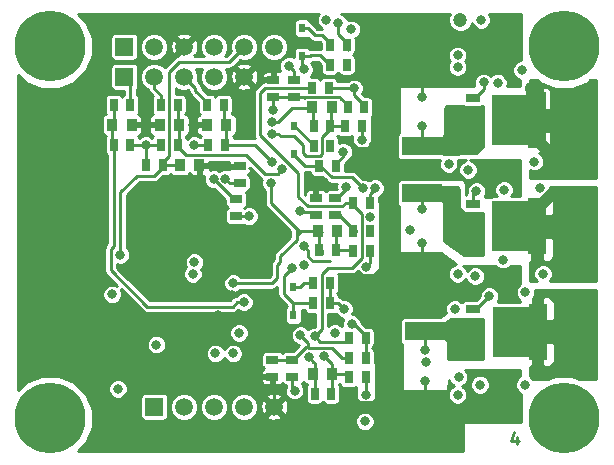
<source format=gbl>
G04 #@! TF.FileFunction,Copper,L4,Bot,Signal*
%FSLAX46Y46*%
G04 Gerber Fmt 4.6, Leading zero omitted, Abs format (unit mm)*
G04 Created by KiCad (PCBNEW 4.0.6-e0-6349~53~ubuntu16.04.1) date Wed Mar  8 22:49:17 2017*
%MOMM*%
%LPD*%
G01*
G04 APERTURE LIST*
%ADD10C,0.100000*%
%ADD11C,0.250000*%
%ADD12C,0.800000*%
%ADD13C,6.000000*%
%ADD14R,0.600000X0.800000*%
%ADD15R,0.650000X0.990000*%
%ADD16R,3.450000X1.500000*%
%ADD17R,1.150000X0.700000*%
%ADD18R,1.550000X4.700000*%
%ADD19R,3.300000X4.200000*%
%ADD20R,1.500000X1.500000*%
%ADD21C,1.500000*%
%ADD22R,0.990000X0.650000*%
%ADD23R,0.900000X1.000000*%
%ADD24C,1.200000*%
%ADD25C,0.500000*%
%ADD26C,1.000000*%
%ADD27C,0.254000*%
G04 APERTURE END LIST*
D10*
D11*
X178040477Y-114290714D02*
X178040477Y-114957381D01*
X177802381Y-113909762D02*
X177564286Y-114624048D01*
X178183334Y-114624048D01*
D12*
X178700000Y-109900000D03*
X173100000Y-109250000D03*
X146000000Y-98300000D03*
X162250000Y-115005000D03*
X160750000Y-79005000D03*
X136250000Y-109505000D03*
X156750000Y-79005000D03*
X151750000Y-79005000D03*
X146750000Y-79005000D03*
X141750000Y-79005000D03*
X136250000Y-84505000D03*
X136250000Y-89505000D03*
X136250000Y-94505000D03*
X136250000Y-99505000D03*
X136250000Y-104505000D03*
X142250000Y-115005000D03*
X147250000Y-115005000D03*
X152250000Y-115005000D03*
X157250000Y-115005000D03*
X173000000Y-82005000D03*
X173000000Y-83005000D03*
X172250000Y-91200000D03*
X173000000Y-100505000D03*
X172750000Y-103505000D03*
X173000000Y-110755000D03*
X184450000Y-108805000D03*
X183750000Y-108805000D03*
X183050000Y-108805000D03*
X182350000Y-108805000D03*
X181650000Y-108805000D03*
X184450000Y-108105000D03*
X183750000Y-108105000D03*
X183050000Y-108105000D03*
X182350000Y-108105000D03*
X181650000Y-108105000D03*
X184450000Y-107405000D03*
X183750000Y-107405000D03*
X183050000Y-107405000D03*
X182350000Y-107405000D03*
X181650000Y-107405000D03*
X184450000Y-106705000D03*
X183750000Y-106705000D03*
X183050000Y-106705000D03*
X182350000Y-106705000D03*
X181650000Y-106705000D03*
X184450000Y-106005000D03*
X183750000Y-106005000D03*
X183050000Y-106005000D03*
X182350000Y-106005000D03*
X181650000Y-106005000D03*
X184450000Y-105305000D03*
X183750000Y-105305000D03*
X183050000Y-105305000D03*
X182350000Y-105305000D03*
X181650000Y-105305000D03*
X184450000Y-104605000D03*
X183750000Y-104605000D03*
X183050000Y-104605000D03*
X182350000Y-104605000D03*
X181650000Y-104605000D03*
X184450000Y-103905000D03*
X183750000Y-103905000D03*
X183050000Y-103905000D03*
X182350000Y-103905000D03*
X184450000Y-100605000D03*
X183750000Y-100605000D03*
X183050000Y-100605000D03*
X182350000Y-100605000D03*
X181650000Y-100605000D03*
X184450000Y-99905000D03*
X183750000Y-99905000D03*
X183050000Y-99905000D03*
X182350000Y-99905000D03*
X181650000Y-99905000D03*
X184450000Y-99205000D03*
X183750000Y-99205000D03*
X183050000Y-99205000D03*
X182350000Y-99205000D03*
X181650000Y-99205000D03*
X184450000Y-98505000D03*
X183750000Y-98505000D03*
X183050000Y-98505000D03*
X182350000Y-98505000D03*
X181650000Y-98505000D03*
X184450000Y-97805000D03*
X183750000Y-97805000D03*
X183050000Y-97805000D03*
X182350000Y-97805000D03*
X181650000Y-97805000D03*
X184450000Y-97105000D03*
X183750000Y-97105000D03*
X183050000Y-97105000D03*
X182350000Y-97105000D03*
X181650000Y-97105000D03*
X184450000Y-96405000D03*
X183750000Y-96405000D03*
X183050000Y-96405000D03*
X182350000Y-96405000D03*
X181650000Y-96405000D03*
X184450000Y-95705000D03*
X183750000Y-95705000D03*
X183050000Y-95705000D03*
X182350000Y-95705000D03*
X181650000Y-103905000D03*
X184450000Y-91605000D03*
X183750000Y-91605000D03*
X183050000Y-91605000D03*
X182350000Y-91605000D03*
X181650000Y-91605000D03*
X184450000Y-90905000D03*
X183750000Y-90905000D03*
X183050000Y-90905000D03*
X182350000Y-90905000D03*
X181650000Y-90905000D03*
X184450000Y-90205000D03*
X183750000Y-90205000D03*
X183050000Y-90205000D03*
X182350000Y-90205000D03*
X181650000Y-90205000D03*
X184450000Y-89505000D03*
X183750000Y-89505000D03*
X183050000Y-89505000D03*
X182350000Y-89505000D03*
X181650000Y-89505000D03*
X184450000Y-88805000D03*
X183750000Y-88805000D03*
X183050000Y-88805000D03*
X182350000Y-88805000D03*
X181650000Y-88805000D03*
X184450000Y-88105000D03*
X183750000Y-88105000D03*
X183050000Y-88105000D03*
X182350000Y-88105000D03*
X181650000Y-88105000D03*
X184450000Y-87405000D03*
X183750000Y-87405000D03*
X183050000Y-87405000D03*
X182350000Y-87405000D03*
X181650000Y-87405000D03*
X181650000Y-95705000D03*
X184450000Y-86705000D03*
X183750000Y-86705000D03*
X183050000Y-86705000D03*
X182350000Y-86705000D03*
X181650000Y-86705000D03*
X167250000Y-83405000D03*
X167450000Y-100205000D03*
X166750000Y-100205000D03*
X171450000Y-82005000D03*
X170750000Y-82005000D03*
X170050000Y-82005000D03*
X169350000Y-82005000D03*
X168650000Y-82005000D03*
X167950000Y-82005000D03*
X167250000Y-82005000D03*
X166550000Y-82005000D03*
X171450000Y-81305000D03*
X170750000Y-81305000D03*
X170050000Y-81305000D03*
X169350000Y-81305000D03*
X168650000Y-81305000D03*
X167950000Y-81305000D03*
X167250000Y-81305000D03*
X166550000Y-81305000D03*
X171450000Y-80605000D03*
X170750000Y-80605000D03*
X170050000Y-80605000D03*
X169350000Y-80605000D03*
X168650000Y-80605000D03*
X167950000Y-80605000D03*
X167250000Y-80605000D03*
X166550000Y-80605000D03*
X171450000Y-79905000D03*
X170750000Y-79905000D03*
X170050000Y-79905000D03*
X169350000Y-79905000D03*
X168650000Y-79905000D03*
X167950000Y-79905000D03*
X167250000Y-79905000D03*
X166550000Y-79905000D03*
X167250000Y-82705000D03*
X166550000Y-82705000D03*
X171450000Y-79205000D03*
X170750000Y-79205000D03*
X170050000Y-79205000D03*
X169350000Y-79205000D03*
X167250000Y-79205000D03*
X166550000Y-79205000D03*
X167550000Y-112305000D03*
X166850000Y-112305000D03*
X167550000Y-111605000D03*
X166850000Y-111605000D03*
X167550000Y-110905000D03*
X166850000Y-110905000D03*
X170950000Y-103805000D03*
X170250000Y-103805000D03*
X169550000Y-103805000D03*
X168850000Y-103805000D03*
X168150000Y-103805000D03*
X167450000Y-103805000D03*
X170950000Y-103105000D03*
X170250000Y-103105000D03*
X169550000Y-103105000D03*
X168850000Y-103105000D03*
X168150000Y-103105000D03*
X167450000Y-103105000D03*
X166750000Y-103105000D03*
X170950000Y-102405000D03*
X170250000Y-102405000D03*
X169550000Y-102405000D03*
X168850000Y-102405000D03*
X168150000Y-102405000D03*
X167450000Y-102405000D03*
X166750000Y-102405000D03*
X170950000Y-101705000D03*
X170250000Y-101705000D03*
X169550000Y-101705000D03*
X168850000Y-101705000D03*
X168150000Y-101705000D03*
X167450000Y-101705000D03*
X166750000Y-101705000D03*
X170950000Y-101005000D03*
X170250000Y-101005000D03*
X169550000Y-101005000D03*
X168850000Y-101005000D03*
X168150000Y-101005000D03*
X167450000Y-101005000D03*
X166750000Y-101005000D03*
X172450000Y-115105000D03*
X171750000Y-115105000D03*
X171050000Y-115105000D03*
X170350000Y-115105000D03*
X169650000Y-115105000D03*
X168950000Y-115105000D03*
X168250000Y-115105000D03*
X167550000Y-115105000D03*
X166850000Y-115105000D03*
X172450000Y-114405000D03*
X171750000Y-114405000D03*
X171050000Y-114405000D03*
X170350000Y-114405000D03*
X169650000Y-114405000D03*
X168950000Y-114405000D03*
X168250000Y-114405000D03*
X167550000Y-114405000D03*
X166850000Y-114405000D03*
X172450000Y-113705000D03*
X171750000Y-113705000D03*
X171050000Y-113705000D03*
X170350000Y-113705000D03*
X169650000Y-113705000D03*
X168950000Y-113705000D03*
X168250000Y-113705000D03*
X167550000Y-113705000D03*
X166850000Y-113705000D03*
X172450000Y-113005000D03*
X171750000Y-113005000D03*
X171050000Y-113005000D03*
X170350000Y-113005000D03*
X169650000Y-113005000D03*
X168950000Y-113005000D03*
X168250000Y-113005000D03*
X167550000Y-113005000D03*
X166850000Y-113005000D03*
X151150000Y-97755000D03*
X149850000Y-98105000D03*
X148700000Y-98105000D03*
X146550000Y-93055000D03*
X147500000Y-98155000D03*
X145500000Y-97405000D03*
X145550000Y-93905000D03*
X152250000Y-94055000D03*
X151000000Y-93405000D03*
X149950000Y-93205000D03*
X148900000Y-93205000D03*
D13*
X182000000Y-81255000D03*
D14*
X159850000Y-82105000D03*
X159850000Y-79705000D03*
D15*
X165210000Y-109255000D03*
X163790000Y-109255000D03*
D16*
X170250000Y-105355000D03*
X170250000Y-111155000D03*
D14*
X159175000Y-90350000D03*
X159175000Y-87950000D03*
X159100000Y-104000000D03*
X159100000Y-101600000D03*
D16*
X170000000Y-93705000D03*
X170000000Y-99505000D03*
D13*
X138500000Y-81250000D03*
X182000000Y-112755000D03*
X138500000Y-112750000D03*
D17*
X174275000Y-88135000D03*
X174275000Y-89405000D03*
X174275000Y-86865000D03*
D18*
X179750000Y-87500000D03*
D19*
X177550000Y-87500000D03*
D17*
X174275000Y-85595000D03*
X174275000Y-97130000D03*
X174275000Y-98400000D03*
X174275000Y-95860000D03*
D18*
X179750000Y-96495000D03*
D19*
X177550000Y-96495000D03*
D17*
X174275000Y-94590000D03*
X174325000Y-106040000D03*
X174325000Y-107310000D03*
X174325000Y-104770000D03*
D18*
X179800000Y-105405000D03*
D19*
X177600000Y-105405000D03*
D17*
X174325000Y-103500000D03*
D16*
X170000000Y-89700000D03*
X170000000Y-83900000D03*
D20*
X144780000Y-83820000D03*
D21*
X147320000Y-83820000D03*
X149860000Y-83820000D03*
X152400000Y-83820000D03*
X154940000Y-83820000D03*
D20*
X144780000Y-81280000D03*
D21*
X147320000Y-81280000D03*
X149860000Y-81280000D03*
X152400000Y-81280000D03*
X154940000Y-81280000D03*
X157480000Y-81280000D03*
D20*
X147320000Y-111760000D03*
D21*
X149860000Y-111760000D03*
X152400000Y-111760000D03*
X154940000Y-111760000D03*
X157480000Y-111760000D03*
D15*
X163610000Y-81100000D03*
X162190000Y-81100000D03*
X163610000Y-82800000D03*
X162190000Y-82800000D03*
X162235000Y-89700000D03*
X160815000Y-89700000D03*
X162685000Y-91375000D03*
X161265000Y-91375000D03*
X162210000Y-101300000D03*
X160790000Y-101300000D03*
X162220000Y-103000000D03*
X160800000Y-103000000D03*
X164910000Y-88000000D03*
X163490000Y-88000000D03*
X165610000Y-98605000D03*
X164190000Y-98605000D03*
X163790000Y-107605000D03*
X165210000Y-107605000D03*
X164190000Y-96905000D03*
X165610000Y-96905000D03*
X163690000Y-86400000D03*
X165110000Y-86400000D03*
D22*
X159000000Y-109210000D03*
X159000000Y-107790000D03*
X162650000Y-94090000D03*
X162650000Y-95510000D03*
X159125000Y-84090000D03*
X159125000Y-85510000D03*
X157300000Y-107790000D03*
X157300000Y-109210000D03*
X161000000Y-95510000D03*
X161000000Y-94090000D03*
X157400000Y-85500000D03*
X157400000Y-84080000D03*
D15*
X160890000Y-110650000D03*
X162310000Y-110650000D03*
X161290000Y-98500000D03*
X162710000Y-98500000D03*
X160815000Y-88025000D03*
X162235000Y-88025000D03*
D22*
X154550000Y-92810000D03*
X154550000Y-91390000D03*
D23*
X160740000Y-108950000D03*
X162400000Y-108950000D03*
X161170000Y-96850000D03*
X162830000Y-96850000D03*
X160670000Y-86400000D03*
X162330000Y-86400000D03*
D15*
X165210000Y-105905000D03*
X163790000Y-105905000D03*
X165560000Y-94500000D03*
X164140000Y-94500000D03*
X162085000Y-84750000D03*
X160665000Y-84750000D03*
D23*
X143770000Y-87900000D03*
X145430000Y-87900000D03*
X149430000Y-87900000D03*
X147770000Y-87900000D03*
X153430000Y-87900000D03*
X151770000Y-87900000D03*
D15*
X146640000Y-91305000D03*
X148060000Y-91305000D03*
X143880000Y-86200000D03*
X145300000Y-86200000D03*
X149310000Y-86200000D03*
X147890000Y-86200000D03*
X153210000Y-86200000D03*
X151790000Y-86200000D03*
X145310000Y-89600000D03*
X143890000Y-89600000D03*
X147890000Y-89600000D03*
X149310000Y-89600000D03*
X151890000Y-89600000D03*
X153310000Y-89600000D03*
D22*
X154250000Y-95610000D03*
X154250000Y-94190000D03*
D23*
X149470000Y-91305000D03*
X151130000Y-91305000D03*
D12*
X147800000Y-93205000D03*
X154000000Y-107250000D03*
X152500000Y-107250000D03*
X147500000Y-106500000D03*
X176417940Y-84309707D03*
X176850000Y-99299991D03*
X165149921Y-113005000D03*
D24*
X173250000Y-79005000D03*
D12*
X176950000Y-93404998D03*
X175000000Y-79000000D03*
X174900000Y-109900000D03*
X174500000Y-100700000D03*
X173900000Y-91700000D03*
X150711603Y-99522136D03*
X150600000Y-100500000D03*
X159250000Y-112054994D03*
X177267753Y-83754618D03*
X152750000Y-104005000D03*
X146500000Y-100254988D03*
X146750000Y-101755016D03*
X180250010Y-100505000D03*
X161675021Y-92738583D03*
D24*
X168250000Y-79005000D03*
D12*
X174900000Y-112000000D03*
X179500000Y-91005000D03*
X157000000Y-95505000D03*
X152185000Y-108915000D03*
X170000000Y-85530010D03*
X170250000Y-109605000D03*
X169963201Y-97917119D03*
X165284254Y-99941045D03*
X163075976Y-104487519D03*
X164900000Y-89205000D03*
X165250000Y-110755000D03*
X156500000Y-99755000D03*
X157400000Y-82975000D03*
X147750000Y-109250000D03*
X145550000Y-96350000D03*
X145550000Y-95050000D03*
X152850000Y-91550000D03*
X153900000Y-102300000D03*
X150600000Y-87900000D03*
X146600000Y-87900000D03*
D21*
X183750000Y-102705000D03*
D12*
X160000000Y-99755000D03*
D21*
X183750000Y-94505000D03*
D12*
X165627313Y-95705014D03*
D21*
X183750000Y-85505000D03*
D12*
X161899998Y-79005000D03*
X163393199Y-103474992D03*
X175700004Y-102405000D03*
X174600000Y-93505000D03*
X163340955Y-90189166D03*
X162900000Y-79305000D03*
X175200000Y-84305000D03*
X178750000Y-102075110D03*
X170350000Y-108005000D03*
X178450000Y-83255000D03*
X164000000Y-79805000D03*
X168999992Y-96755000D03*
X179972175Y-93227175D03*
X154500000Y-105505000D03*
X143750002Y-102255000D03*
X144250000Y-110255000D03*
X163575043Y-93142754D03*
X162600000Y-105505000D03*
X158700000Y-82905000D03*
X150700000Y-89600000D03*
X146600000Y-89600000D03*
X159200000Y-110400000D03*
X159012660Y-99987340D03*
X165025054Y-93265344D03*
X160000000Y-83205000D03*
X170243857Y-106991177D03*
X164037340Y-104767660D03*
X164250000Y-84805000D03*
X170000000Y-88005000D03*
X170000000Y-95005000D03*
X166024911Y-93247699D03*
X160900000Y-105800000D03*
X144450000Y-98905000D03*
X160393923Y-107531396D03*
X157225010Y-92850000D03*
X154000000Y-101300000D03*
X157274808Y-87623751D03*
X154900000Y-102900000D03*
X158160782Y-91646103D03*
X157250000Y-91004962D03*
X155340616Y-95630768D03*
X161698915Y-107480021D03*
X159981218Y-98165420D03*
X157275000Y-88675000D03*
X153348647Y-92447770D03*
X152350000Y-92500000D03*
X159700000Y-105705000D03*
X159670369Y-95224666D03*
X157400000Y-86625000D03*
D25*
X170000000Y-83900000D02*
X170000000Y-82055000D01*
X170000000Y-82055000D02*
X170050000Y-82005000D01*
X170250000Y-111155000D02*
X170250000Y-112405000D01*
X170250000Y-112405000D02*
X169650000Y-113005000D01*
X170000000Y-99505000D02*
X170000000Y-100555000D01*
X170000000Y-100555000D02*
X169550000Y-101005000D01*
X146900000Y-100000000D02*
X146645012Y-100254988D01*
X146645012Y-100254988D02*
X146500000Y-100254988D01*
X147744982Y-101755016D02*
X147315685Y-101755016D01*
X147315685Y-101755016D02*
X146750000Y-101755016D01*
X147999999Y-101499999D02*
X147744982Y-101755016D01*
D11*
X161000000Y-93413604D02*
X161275022Y-93138582D01*
X161000000Y-94090000D02*
X161000000Y-93413604D01*
X161275022Y-93138582D02*
X161675021Y-92738583D01*
X167250000Y-79205000D02*
X168050000Y-79205000D01*
X168050000Y-79205000D02*
X168250000Y-79005000D01*
X170000000Y-83900000D02*
X170000000Y-85530010D01*
X170250000Y-109505000D02*
X170250000Y-109605000D01*
X170250000Y-111155000D02*
X170250000Y-109505000D01*
X170000000Y-99505000D02*
X170000000Y-97953918D01*
X170000000Y-97953918D02*
X169963201Y-97917119D01*
X165610000Y-98605000D02*
X165610000Y-99615299D01*
X165610000Y-99615299D02*
X165284254Y-99941045D01*
X164910000Y-89195000D02*
X164900000Y-89205000D01*
X164910000Y-88000000D02*
X164910000Y-89195000D01*
X165250000Y-110189315D02*
X165250000Y-110755000D01*
X165250000Y-109045000D02*
X165250000Y-110189315D01*
X165210000Y-109005000D02*
X165250000Y-109045000D01*
X157400000Y-83540685D02*
X157400000Y-82975000D01*
X157400000Y-83890000D02*
X157400000Y-83540685D01*
X157600000Y-84090000D02*
X157400000Y-83890000D01*
X145550000Y-96350000D02*
X146600000Y-97400000D01*
X148500000Y-97400000D02*
X152850000Y-97400000D01*
X146600000Y-97400000D02*
X148500000Y-97400000D01*
X152400000Y-94450000D02*
X153200000Y-95250000D01*
X151200000Y-94450000D02*
X152400000Y-94450000D01*
X151100000Y-94350000D02*
X151200000Y-94450000D01*
X151100000Y-94000000D02*
X151100000Y-94350000D01*
X150450000Y-93350000D02*
X151100000Y-94000000D01*
X145950000Y-93350000D02*
X150450000Y-93350000D01*
X145550000Y-93750000D02*
X145950000Y-93350000D01*
X145550000Y-95050000D02*
X145550000Y-93750000D01*
X154550000Y-91390000D02*
X153010000Y-91390000D01*
X153010000Y-91390000D02*
X152850000Y-91550000D01*
X151130000Y-91500000D02*
X152800000Y-91500000D01*
X152800000Y-91500000D02*
X152850000Y-91550000D01*
X152900000Y-91600000D02*
X152850000Y-91550000D01*
X151670000Y-87900000D02*
X150600000Y-87900000D01*
X146600000Y-87900000D02*
X147770000Y-87900000D01*
X145430000Y-87900000D02*
X146600000Y-87900000D01*
X157300000Y-110200000D02*
X157480000Y-110380000D01*
X157480000Y-110380000D02*
X157480000Y-111760000D01*
X157300000Y-109210000D02*
X157300000Y-110200000D01*
X183050000Y-103905000D02*
X183050000Y-102705000D01*
D26*
X179800000Y-105405000D02*
X179800000Y-108255000D01*
X179800000Y-102855000D02*
X179800000Y-105405000D01*
D11*
X182950000Y-95705000D02*
X182950000Y-94405000D01*
D26*
X179750000Y-95005000D02*
X181150000Y-93605000D01*
X179750000Y-96495000D02*
X179750000Y-95005000D01*
X179750000Y-99205000D02*
X179750000Y-96495000D01*
X179750000Y-87500000D02*
X179250000Y-84805000D01*
X179750000Y-85105000D02*
X179450000Y-84805000D01*
X179450000Y-84805000D02*
X179250000Y-84805000D01*
X179750000Y-87500000D02*
X179750000Y-89205000D01*
X179750000Y-89205000D02*
X180550000Y-90005000D01*
X180750000Y-90005000D02*
X180550000Y-90005000D01*
D11*
X162918207Y-103000000D02*
X162993200Y-103074993D01*
X162993200Y-103074993D02*
X163393199Y-103474992D01*
X162220000Y-103000000D02*
X162918207Y-103000000D01*
X175645000Y-102405000D02*
X175700004Y-102405000D01*
X174325000Y-103500000D02*
X174550000Y-103500000D01*
X174550000Y-103500000D02*
X175645000Y-102405000D01*
X162220000Y-103000000D02*
X162220000Y-101310000D01*
X162220000Y-101310000D02*
X162210000Y-101300000D01*
X174275000Y-93830000D02*
X174600000Y-93505000D01*
X174275000Y-94590000D02*
X174275000Y-93830000D01*
X162685000Y-91220000D02*
X163340955Y-90564045D01*
X163340955Y-90564045D02*
X163340955Y-90189166D01*
X162685000Y-91375000D02*
X162685000Y-91220000D01*
X163710000Y-81530000D02*
X163710000Y-81015000D01*
X163710000Y-81015000D02*
X162900000Y-80205000D01*
X162900000Y-80205000D02*
X162900000Y-79870685D01*
X162900000Y-79870685D02*
X162900000Y-79305000D01*
X175200000Y-84870685D02*
X175200000Y-84305000D01*
X175200000Y-84895000D02*
X175200000Y-84870685D01*
X174500000Y-85595000D02*
X175200000Y-84895000D01*
X174275000Y-85595000D02*
X174500000Y-85595000D01*
X162820000Y-94090000D02*
X163575043Y-93334957D01*
X163575043Y-93334957D02*
X163575043Y-93142754D01*
X162650000Y-94090000D02*
X162820000Y-94090000D01*
X146640000Y-91305000D02*
X146640000Y-89640000D01*
X146640000Y-89640000D02*
X146600000Y-89600000D01*
X158700000Y-82905000D02*
X159125000Y-83330000D01*
X159125000Y-83330000D02*
X159125000Y-84090000D01*
X146590000Y-89610000D02*
X146600000Y-89600000D01*
X151890000Y-89600000D02*
X150700000Y-89600000D01*
X146600000Y-89600000D02*
X147890000Y-89600000D01*
X145310000Y-89600000D02*
X146600000Y-89600000D01*
X159000000Y-109210000D02*
X159000000Y-110200000D01*
X159000000Y-110200000D02*
X159200000Y-110400000D01*
X158612661Y-100387339D02*
X159012660Y-99987340D01*
X158300000Y-102200000D02*
X158300000Y-100700000D01*
X159100000Y-103000000D02*
X158300000Y-102200000D01*
X158300000Y-100700000D02*
X158612661Y-100387339D01*
X160800000Y-103000000D02*
X159100000Y-103000000D01*
X159100000Y-103250000D02*
X159100000Y-104000000D01*
X159100000Y-103250000D02*
X159100000Y-103000000D01*
X164960344Y-93265344D02*
X165025054Y-93265344D01*
X162331580Y-92333490D02*
X164093200Y-92333490D01*
X164625055Y-92865345D02*
X165025054Y-93265344D01*
X164093200Y-92333490D02*
X164625055Y-92865345D01*
X161373090Y-91375000D02*
X162331580Y-92333490D01*
X161265000Y-91375000D02*
X161373090Y-91375000D01*
X164900000Y-93205000D02*
X164960344Y-93265344D01*
X161265000Y-91375000D02*
X160100000Y-91375000D01*
X160100000Y-91375000D02*
X159175000Y-90450000D01*
X159175000Y-90450000D02*
X159175000Y-90350000D01*
X159850000Y-82105000D02*
X159850000Y-83055000D01*
X159850000Y-83055000D02*
X160000000Y-83205000D01*
X160600000Y-82000000D02*
X160495000Y-82105000D01*
X160495000Y-82105000D02*
X159850000Y-82105000D01*
X160600000Y-82000000D02*
X161390000Y-82000000D01*
X161390000Y-82000000D02*
X162190000Y-82800000D01*
X172650000Y-105355000D02*
X173235000Y-104770000D01*
X173235000Y-104770000D02*
X174325000Y-104770000D01*
X170250000Y-105355000D02*
X172650000Y-105355000D01*
X174325000Y-106040000D02*
X174325000Y-107310000D01*
X174325000Y-104770000D02*
X174325000Y-106040000D01*
X170250000Y-105355000D02*
X170250000Y-106985034D01*
X170250000Y-106985034D02*
X170243857Y-106991177D01*
X164242660Y-104767660D02*
X164037340Y-104767660D01*
X165210000Y-105905000D02*
X165210000Y-105735000D01*
X165210000Y-105735000D02*
X164242660Y-104767660D01*
X165210000Y-105905000D02*
X165210000Y-107605000D01*
X174275000Y-89405000D02*
X170295000Y-89405000D01*
X170295000Y-89405000D02*
X170000000Y-89700000D01*
X174275000Y-88135000D02*
X174275000Y-86865000D01*
X174275000Y-89405000D02*
X174275000Y-88135000D01*
X164195000Y-84750000D02*
X164250000Y-84805000D01*
X162085000Y-84750000D02*
X164195000Y-84750000D01*
X165110000Y-86230000D02*
X164250000Y-85370000D01*
X164250000Y-85370000D02*
X164250000Y-84805000D01*
X165110000Y-86400000D02*
X165110000Y-86230000D01*
X170000000Y-88005000D02*
X170000000Y-89700000D01*
X172495000Y-94305000D02*
X172495000Y-94225000D01*
X172495000Y-94225000D02*
X171975000Y-93705000D01*
X171975000Y-93705000D02*
X170000000Y-93705000D01*
X174275000Y-95860000D02*
X174050000Y-95860000D01*
X174050000Y-95860000D02*
X172495000Y-94305000D01*
X174275000Y-97130000D02*
X174275000Y-95860000D01*
X174275000Y-98400000D02*
X174275000Y-97130000D01*
X165560000Y-94500000D02*
X165560000Y-93755000D01*
X170000000Y-93705000D02*
X170000000Y-95005000D01*
X165560000Y-93755000D02*
X166024911Y-93290089D01*
X166024911Y-93290089D02*
X166024911Y-93247699D01*
X160300000Y-79700000D02*
X159855000Y-79700000D01*
X159855000Y-79700000D02*
X159850000Y-79705000D01*
X162190000Y-81100000D02*
X162190000Y-80930000D01*
X162190000Y-80930000D02*
X161565000Y-80305000D01*
X161565000Y-80305000D02*
X160905000Y-80305000D01*
X160905000Y-80305000D02*
X160300000Y-79700000D01*
X160815000Y-89725000D02*
X160815000Y-89590000D01*
X160815000Y-89590000D02*
X159175000Y-87950000D01*
X159700000Y-101600000D02*
X159100000Y-101600000D01*
X160000000Y-101300000D02*
X159700000Y-101600000D01*
X160790000Y-101300000D02*
X160000000Y-101300000D01*
X156300000Y-85175000D02*
X156300000Y-88760002D01*
X160665000Y-84750000D02*
X156725000Y-84750000D01*
X156725000Y-84750000D02*
X156300000Y-85175000D01*
X159509998Y-91970000D02*
X159509998Y-94005000D01*
X156300000Y-88760002D02*
X159509998Y-91970000D01*
X159509998Y-94005000D02*
X160309998Y-94805000D01*
X160309998Y-94805000D02*
X163260000Y-94805000D01*
X163260000Y-94805000D02*
X163565000Y-94500000D01*
X163565000Y-94500000D02*
X164140000Y-94500000D01*
X164140000Y-94670000D02*
X164140000Y-94500000D01*
X162000000Y-100000000D02*
X164079973Y-100000000D01*
X164900000Y-99179973D02*
X164900000Y-95430000D01*
X161500000Y-100500000D02*
X162000000Y-100000000D01*
X164079973Y-100000000D02*
X164900000Y-99179973D01*
X161500000Y-105200000D02*
X161500000Y-100500000D01*
X160900000Y-105800000D02*
X161500000Y-105200000D01*
X164900000Y-95430000D02*
X164140000Y-94670000D01*
X163440000Y-106255000D02*
X161355000Y-106255000D01*
X163790000Y-105905000D02*
X163440000Y-106255000D01*
X161299999Y-106199999D02*
X160900000Y-105800000D01*
X161355000Y-106255000D02*
X161299999Y-106199999D01*
X163790000Y-105505000D02*
X163790000Y-105675000D01*
X144450000Y-98339315D02*
X144450000Y-98905000D01*
X144450000Y-93605000D02*
X144450000Y-98339315D01*
X147330000Y-92205000D02*
X145850000Y-92205000D01*
X145850000Y-92205000D02*
X144450000Y-93605000D01*
X148060000Y-91305000D02*
X148060000Y-91475000D01*
X148060000Y-91475000D02*
X147330000Y-92205000D01*
X148060000Y-91305000D02*
X148060000Y-91045000D01*
X148060000Y-91045000D02*
X148600000Y-90505000D01*
X148600000Y-90505000D02*
X148600000Y-83400000D01*
X148600000Y-83400000D02*
X149400000Y-82600000D01*
X149400000Y-82600000D02*
X153620000Y-82600000D01*
X153620000Y-82600000D02*
X154940000Y-81280000D01*
X149470000Y-91305000D02*
X148060000Y-91305000D01*
X148255000Y-91500000D02*
X148060000Y-91305000D01*
X148060000Y-91450000D02*
X148060000Y-91620000D01*
X149420000Y-91450000D02*
X149470000Y-91500000D01*
X160890000Y-108027473D02*
X160793922Y-107931395D01*
X160890000Y-110650000D02*
X160890000Y-108027473D01*
X160793922Y-107931395D02*
X160393923Y-107531396D01*
X160890000Y-110650000D02*
X160890000Y-109100000D01*
X160890000Y-109100000D02*
X160740000Y-108950000D01*
X157225010Y-93415685D02*
X157225010Y-92850000D01*
X159360000Y-96660000D02*
X157225010Y-94525010D01*
X157225010Y-94525010D02*
X157225010Y-93415685D01*
X161290000Y-98500000D02*
X161290000Y-96970000D01*
X161290000Y-96970000D02*
X161170000Y-96850000D01*
X159360000Y-96660000D02*
X159391674Y-96691674D01*
X159391674Y-96691674D02*
X159391674Y-97613326D01*
X159391674Y-97613326D02*
X158000000Y-99005000D01*
X158000000Y-99005000D02*
X158000000Y-99505000D01*
X157275000Y-101300000D02*
X154000000Y-101300000D01*
X158000000Y-99505000D02*
X157750000Y-99755000D01*
X157750000Y-99755000D02*
X157750000Y-100825000D01*
X157750000Y-100825000D02*
X157275000Y-101300000D01*
X161370000Y-96850000D02*
X159720000Y-96850000D01*
X159720000Y-96850000D02*
X159391674Y-97178326D01*
X159550000Y-96850000D02*
X159360000Y-96660000D01*
X161370000Y-96850000D02*
X159550000Y-96850000D01*
X161490000Y-98500000D02*
X161490000Y-98860000D01*
X161490000Y-96970000D02*
X161370000Y-96850000D01*
X160770000Y-86450000D02*
X160770000Y-88105000D01*
X160770000Y-88105000D02*
X160815000Y-88150000D01*
X157274808Y-87623751D02*
X157801249Y-87623751D01*
X157801249Y-87623751D02*
X158975000Y-86450000D01*
X158975000Y-86450000D02*
X160770000Y-86450000D01*
X154334315Y-102900000D02*
X154900000Y-102900000D01*
X152401999Y-103279999D02*
X153954316Y-103279999D01*
X152381999Y-103299999D02*
X152401999Y-103279999D01*
X146721997Y-103299999D02*
X152381999Y-103299999D01*
X143624999Y-100203001D02*
X146721997Y-103299999D01*
X143890000Y-98141998D02*
X143624999Y-98406999D01*
X153954316Y-103279999D02*
X154334315Y-102900000D01*
X143624999Y-98406999D02*
X143624999Y-100203001D01*
X143890000Y-89600000D02*
X143890000Y-98141998D01*
X143770000Y-87900000D02*
X143770000Y-89480000D01*
X143770000Y-89480000D02*
X143890000Y-89600000D01*
X143880000Y-86200000D02*
X143880000Y-87790000D01*
X143880000Y-87790000D02*
X143770000Y-87900000D01*
X143890000Y-89480000D02*
X143770000Y-89600000D01*
X143880000Y-87890000D02*
X143890000Y-87900000D01*
X149310000Y-89600000D02*
X149310000Y-89770000D01*
X149310000Y-89770000D02*
X149995000Y-90455000D01*
X155126998Y-90455000D02*
X156718100Y-92046102D01*
X149995000Y-90455000D02*
X155126998Y-90455000D01*
X156718100Y-92046102D02*
X157760783Y-92046102D01*
X157760783Y-92046102D02*
X158160782Y-91646103D01*
X149430000Y-87900000D02*
X149430000Y-89480000D01*
X149430000Y-89480000D02*
X149310000Y-89600000D01*
X149310000Y-86200000D02*
X149310000Y-87780000D01*
X149310000Y-87780000D02*
X149430000Y-87900000D01*
X155845038Y-89600000D02*
X156850001Y-90604963D01*
X153310000Y-89600000D02*
X155845038Y-89600000D01*
X156850001Y-90604963D02*
X157250000Y-91004962D01*
X153430000Y-87900000D02*
X153430000Y-89480000D01*
X153430000Y-89480000D02*
X153310000Y-89600000D01*
X153210000Y-86200000D02*
X153210000Y-87780000D01*
X153210000Y-87780000D02*
X153330000Y-87900000D01*
X154250000Y-95610000D02*
X155319848Y-95610000D01*
X155319848Y-95610000D02*
X155340616Y-95630768D01*
X145300000Y-86200000D02*
X145300000Y-84340000D01*
X145300000Y-84340000D02*
X144780000Y-83820000D01*
X147890000Y-86200000D02*
X147890000Y-85390000D01*
X147890000Y-85390000D02*
X147320000Y-84820000D01*
X147320000Y-84820000D02*
X147320000Y-83820000D01*
X147190000Y-83950000D02*
X147320000Y-83820000D01*
X149860000Y-83820000D02*
X150800000Y-84760000D01*
X150800000Y-84760000D02*
X150800000Y-85000000D01*
X150800000Y-85000000D02*
X151790000Y-85990000D01*
X151790000Y-85990000D02*
X151790000Y-86200000D01*
X162400000Y-108181106D02*
X162098914Y-107880020D01*
X162400000Y-108950000D02*
X162400000Y-108181106D01*
X162098914Y-107880020D02*
X161698915Y-107480021D01*
X163790000Y-109005000D02*
X162455000Y-109005000D01*
X162455000Y-109005000D02*
X162400000Y-108950000D01*
X162400000Y-108950000D02*
X162400000Y-110560000D01*
X162400000Y-110560000D02*
X162310000Y-110650000D01*
X162230000Y-110580000D02*
X162110000Y-110700000D01*
X162710000Y-98500000D02*
X164185000Y-98500000D01*
X164185000Y-98500000D02*
X164290000Y-98605000D01*
X162710000Y-98500000D02*
X162710000Y-96970000D01*
X162710000Y-96970000D02*
X162830000Y-96850000D01*
X160381217Y-99063215D02*
X160381217Y-98565419D01*
X160381217Y-98565419D02*
X159981218Y-98165420D01*
X160725001Y-99406999D02*
X160381217Y-99063215D01*
X162173001Y-99406999D02*
X160725001Y-99406999D01*
X162910000Y-98500000D02*
X162910000Y-98670000D01*
X162905002Y-96850000D02*
X163030000Y-96850000D01*
X163030000Y-96850000D02*
X162900000Y-96850000D01*
X162730000Y-96950000D02*
X162730000Y-96900000D01*
X162730000Y-96900000D02*
X162730000Y-96850000D01*
X163490000Y-88000000D02*
X162260000Y-88000000D01*
X162260000Y-88000000D02*
X162235000Y-88025000D01*
X162430000Y-86450000D02*
X162300000Y-86580000D01*
X162300000Y-86580000D02*
X162300000Y-87735002D01*
X162300000Y-87735002D02*
X162430000Y-87865002D01*
X162235000Y-88025000D02*
X162235000Y-88215000D01*
X159175000Y-88875000D02*
X158040685Y-88875000D01*
X162235000Y-88215000D02*
X161530001Y-88919999D01*
X157840685Y-88675000D02*
X157275000Y-88675000D01*
X161530001Y-88919999D02*
X161525000Y-88919999D01*
X161525000Y-88919999D02*
X161525000Y-90400000D01*
X161525000Y-90400000D02*
X161379999Y-90545001D01*
X161379999Y-90545001D02*
X160145001Y-90545001D01*
X160145001Y-90545001D02*
X159900000Y-90300000D01*
X159900000Y-90300000D02*
X159900000Y-89600000D01*
X159900000Y-89600000D02*
X159175000Y-88875000D01*
X158040685Y-88875000D02*
X157840685Y-88675000D01*
X153710877Y-92810000D02*
X153348647Y-92447770D01*
X154550000Y-92810000D02*
X153710877Y-92810000D01*
X154600000Y-94190000D02*
X154040000Y-94190000D01*
X154040000Y-94190000D02*
X152600000Y-92750000D01*
X152600000Y-92750000D02*
X152350000Y-92500000D01*
X160099999Y-106104999D02*
X159700000Y-105705000D01*
X160350000Y-106355000D02*
X160099999Y-106104999D01*
X160350000Y-106710000D02*
X160350000Y-106355000D01*
X163790000Y-107605000D02*
X163215000Y-107605000D01*
X163215000Y-107605000D02*
X162365011Y-106755011D01*
X162365011Y-106755011D02*
X160395011Y-106755011D01*
X160395011Y-106755011D02*
X160350000Y-106710000D01*
X160300000Y-106700000D02*
X160310000Y-106710000D01*
X160310000Y-106710000D02*
X160350000Y-106710000D01*
X159000000Y-107790000D02*
X159110000Y-107790000D01*
X159110000Y-107790000D02*
X160200000Y-106700000D01*
X160200000Y-106700000D02*
X160300000Y-106700000D01*
X157300000Y-107790000D02*
X159000000Y-107790000D01*
X159670369Y-95224666D02*
X159750703Y-95305000D01*
X159750703Y-95305000D02*
X160795000Y-95305000D01*
X160795000Y-95305000D02*
X161000000Y-95510000D01*
X162950000Y-95495000D02*
X162950000Y-95470000D01*
X164190000Y-96905000D02*
X164190000Y-96735000D01*
X164190000Y-96735000D02*
X162950000Y-95495000D01*
X164400000Y-97005000D02*
X164400000Y-96805000D01*
X163065000Y-95470000D02*
X162950000Y-95470000D01*
X163690000Y-86400000D02*
X163690000Y-86230000D01*
X163690000Y-86230000D02*
X163049999Y-85589999D01*
X163049999Y-85589999D02*
X163049999Y-85574999D01*
X159985000Y-85510000D02*
X159400000Y-85510000D01*
X163049999Y-85574999D02*
X160059999Y-85574999D01*
X160059999Y-85574999D02*
X160054999Y-85579999D01*
X159400000Y-85510000D02*
X159440000Y-85550000D01*
X160054999Y-85579999D02*
X159985000Y-85510000D01*
X157400000Y-85500000D02*
X157400000Y-86625000D01*
X159125000Y-85510000D02*
X157410000Y-85510000D01*
X157410000Y-85510000D02*
X157400000Y-85500000D01*
D27*
G36*
X161199310Y-78535930D02*
X161073142Y-78839778D01*
X161072855Y-79168779D01*
X161198493Y-79472846D01*
X161430928Y-79705688D01*
X161544869Y-79753000D01*
X161133646Y-79753000D01*
X160690323Y-79309677D01*
X160571278Y-79230133D01*
X160555591Y-79146763D01*
X160462073Y-79001433D01*
X160319381Y-78903936D01*
X160150000Y-78869635D01*
X159550000Y-78869635D01*
X159391763Y-78899409D01*
X159246433Y-78992927D01*
X159148936Y-79135619D01*
X159114635Y-79305000D01*
X159114635Y-80105000D01*
X159144409Y-80263237D01*
X159237927Y-80408567D01*
X159380619Y-80506064D01*
X159550000Y-80540365D01*
X160150000Y-80540365D01*
X160308237Y-80510591D01*
X160321445Y-80502091D01*
X160514677Y-80695323D01*
X160693758Y-80814982D01*
X160905000Y-80857000D01*
X161336354Y-80857000D01*
X161429635Y-80950281D01*
X161429635Y-81455884D01*
X161390000Y-81448000D01*
X160600000Y-81448000D01*
X160504289Y-81467038D01*
X160462073Y-81401433D01*
X160319381Y-81303936D01*
X160150000Y-81269635D01*
X159550000Y-81269635D01*
X159391763Y-81299409D01*
X159246433Y-81392927D01*
X159148936Y-81535619D01*
X159114635Y-81705000D01*
X159114635Y-82181709D01*
X158865222Y-82078144D01*
X158536221Y-82077857D01*
X158232154Y-82203495D01*
X157999312Y-82435930D01*
X157873144Y-82739778D01*
X157872857Y-83068779D01*
X157979971Y-83328014D01*
X157979936Y-83328000D01*
X157633750Y-83328000D01*
X157527000Y-83434750D01*
X157527000Y-83953000D01*
X157547000Y-83953000D01*
X157547000Y-84198000D01*
X156725000Y-84198000D01*
X156679753Y-84207000D01*
X156584750Y-84207000D01*
X156561161Y-84230589D01*
X156513758Y-84240018D01*
X156334677Y-84359677D01*
X155909677Y-84784677D01*
X155790018Y-84963758D01*
X155751231Y-85158758D01*
X155748000Y-85175000D01*
X155748000Y-88760002D01*
X155790018Y-88971244D01*
X155841305Y-89048000D01*
X154059640Y-89048000D01*
X154040591Y-88946763D01*
X153982000Y-88855711D01*
X153982000Y-88816173D01*
X154038237Y-88805591D01*
X154183567Y-88712073D01*
X154281064Y-88569381D01*
X154315365Y-88400000D01*
X154315365Y-87400000D01*
X154285591Y-87241763D01*
X154192073Y-87096433D01*
X154049381Y-86998936D01*
X153880000Y-86964635D01*
X153867564Y-86964635D01*
X153936064Y-86864381D01*
X153970365Y-86695000D01*
X153970365Y-85705000D01*
X153940591Y-85546763D01*
X153847073Y-85401433D01*
X153704381Y-85303936D01*
X153535000Y-85269635D01*
X152885000Y-85269635D01*
X152726763Y-85299409D01*
X152581433Y-85392927D01*
X152499120Y-85513396D01*
X152427073Y-85401433D01*
X152284381Y-85303936D01*
X152115000Y-85269635D01*
X151850281Y-85269635D01*
X151352000Y-84771354D01*
X151352000Y-84760000D01*
X151345682Y-84728237D01*
X151309982Y-84548758D01*
X151190323Y-84369677D01*
X150989556Y-84168910D01*
X151036795Y-84055147D01*
X151037204Y-83586907D01*
X150858394Y-83154154D01*
X150856244Y-83152000D01*
X151403183Y-83152000D01*
X151402770Y-83152412D01*
X151223205Y-83584853D01*
X151222796Y-84053093D01*
X151401606Y-84485846D01*
X151732412Y-84817230D01*
X152164853Y-84996795D01*
X152633093Y-84997204D01*
X153065846Y-84818394D01*
X153206830Y-84677655D01*
X154261950Y-84677655D01*
X154341329Y-84860065D01*
X154784916Y-85009996D01*
X155252113Y-84978761D01*
X155538671Y-84860065D01*
X155618050Y-84677655D01*
X154940000Y-83999605D01*
X154261950Y-84677655D01*
X153206830Y-84677655D01*
X153397230Y-84487588D01*
X153576795Y-84055147D01*
X153577135Y-83664916D01*
X153750004Y-83664916D01*
X153781239Y-84132113D01*
X153899935Y-84418671D01*
X154082345Y-84498050D01*
X154760395Y-83820000D01*
X155119605Y-83820000D01*
X155797655Y-84498050D01*
X155980065Y-84418671D01*
X156129996Y-83975084D01*
X156109604Y-83670065D01*
X156478000Y-83670065D01*
X156478000Y-83846250D01*
X156584750Y-83953000D01*
X157273000Y-83953000D01*
X157273000Y-83434750D01*
X157166250Y-83328000D01*
X156820064Y-83328000D01*
X156663124Y-83393007D01*
X156543007Y-83513124D01*
X156478000Y-83670065D01*
X156109604Y-83670065D01*
X156098761Y-83507887D01*
X155980065Y-83221329D01*
X155797655Y-83141950D01*
X155119605Y-83820000D01*
X154760395Y-83820000D01*
X154082345Y-83141950D01*
X153899935Y-83221329D01*
X153750004Y-83664916D01*
X153577135Y-83664916D01*
X153577204Y-83586907D01*
X153398394Y-83154154D01*
X153396244Y-83152000D01*
X153620000Y-83152000D01*
X153831242Y-83109982D01*
X154010323Y-82990323D01*
X154038301Y-82962345D01*
X154261950Y-82962345D01*
X154940000Y-83640395D01*
X155618050Y-82962345D01*
X155538671Y-82779935D01*
X155095084Y-82630004D01*
X154627887Y-82661239D01*
X154341329Y-82779935D01*
X154261950Y-82962345D01*
X154038301Y-82962345D01*
X154591090Y-82409556D01*
X154704853Y-82456795D01*
X155173093Y-82457204D01*
X155605846Y-82278394D01*
X155937230Y-81947588D01*
X156116795Y-81515147D01*
X156116796Y-81513093D01*
X156302796Y-81513093D01*
X156481606Y-81945846D01*
X156812412Y-82277230D01*
X157244853Y-82456795D01*
X157713093Y-82457204D01*
X158145846Y-82278394D01*
X158477230Y-81947588D01*
X158656795Y-81515147D01*
X158657204Y-81046907D01*
X158478394Y-80614154D01*
X158147588Y-80282770D01*
X157715147Y-80103205D01*
X157246907Y-80102796D01*
X156814154Y-80281606D01*
X156482770Y-80612412D01*
X156303205Y-81044853D01*
X156302796Y-81513093D01*
X156116796Y-81513093D01*
X156117204Y-81046907D01*
X155938394Y-80614154D01*
X155607588Y-80282770D01*
X155175147Y-80103205D01*
X154706907Y-80102796D01*
X154274154Y-80281606D01*
X153942770Y-80612412D01*
X153763205Y-81044853D01*
X153762796Y-81513093D01*
X153810590Y-81628764D01*
X153391354Y-82048000D01*
X153296643Y-82048000D01*
X153397230Y-81947588D01*
X153576795Y-81515147D01*
X153577204Y-81046907D01*
X153398394Y-80614154D01*
X153067588Y-80282770D01*
X152635147Y-80103205D01*
X152166907Y-80102796D01*
X151734154Y-80281606D01*
X151402770Y-80612412D01*
X151223205Y-81044853D01*
X151222796Y-81513093D01*
X151401606Y-81945846D01*
X151503582Y-82048000D01*
X150785622Y-82048000D01*
X150796615Y-82037007D01*
X150717657Y-81958049D01*
X150900065Y-81878671D01*
X151049996Y-81435084D01*
X151018761Y-80967887D01*
X150900065Y-80681329D01*
X150717655Y-80601950D01*
X150039605Y-81280000D01*
X150053748Y-81294143D01*
X149874143Y-81473748D01*
X149860000Y-81459605D01*
X149239725Y-82079880D01*
X149188758Y-82090018D01*
X149009677Y-82209677D01*
X148209677Y-83009677D01*
X148195440Y-83030985D01*
X147987588Y-82822770D01*
X147555147Y-82643205D01*
X147086907Y-82642796D01*
X146654154Y-82821606D01*
X146322770Y-83152412D01*
X146143205Y-83584853D01*
X146142796Y-84053093D01*
X146321606Y-84485846D01*
X146652412Y-84817230D01*
X146777806Y-84869298D01*
X146810018Y-85031242D01*
X146929677Y-85210323D01*
X147200890Y-85481536D01*
X147163936Y-85535619D01*
X147129635Y-85705000D01*
X147129635Y-86695000D01*
X147159409Y-86853237D01*
X147236475Y-86973000D01*
X147235065Y-86973000D01*
X147078124Y-87038007D01*
X146958007Y-87158124D01*
X146893000Y-87315064D01*
X146893000Y-87666250D01*
X146999750Y-87773000D01*
X147643000Y-87773000D01*
X147643000Y-87753000D01*
X147897000Y-87753000D01*
X147897000Y-87773000D01*
X147917000Y-87773000D01*
X147917000Y-88027000D01*
X147897000Y-88027000D01*
X147897000Y-88047000D01*
X147643000Y-88047000D01*
X147643000Y-88027000D01*
X146999750Y-88027000D01*
X146893000Y-88133750D01*
X146893000Y-88484936D01*
X146958007Y-88641876D01*
X147078124Y-88761993D01*
X147235065Y-88827000D01*
X147238152Y-88827000D01*
X147163936Y-88935619D01*
X147154049Y-88984440D01*
X147069070Y-88899312D01*
X146765222Y-88773144D01*
X146436221Y-88772857D01*
X146132154Y-88898495D01*
X146047424Y-88983077D01*
X146040591Y-88946763D01*
X145963525Y-88827000D01*
X145964935Y-88827000D01*
X146121876Y-88761993D01*
X146241993Y-88641876D01*
X146307000Y-88484936D01*
X146307000Y-88133750D01*
X146200250Y-88027000D01*
X145557000Y-88027000D01*
X145557000Y-88047000D01*
X145303000Y-88047000D01*
X145303000Y-88027000D01*
X145283000Y-88027000D01*
X145283000Y-87773000D01*
X145303000Y-87773000D01*
X145303000Y-87753000D01*
X145557000Y-87753000D01*
X145557000Y-87773000D01*
X146200250Y-87773000D01*
X146307000Y-87666250D01*
X146307000Y-87315064D01*
X146241993Y-87158124D01*
X146121876Y-87038007D01*
X145964935Y-86973000D01*
X145951848Y-86973000D01*
X146026064Y-86864381D01*
X146060365Y-86695000D01*
X146060365Y-85705000D01*
X146030591Y-85546763D01*
X145937073Y-85401433D01*
X145852000Y-85343305D01*
X145852000Y-84855095D01*
X145931064Y-84739381D01*
X145965365Y-84570000D01*
X145965365Y-83070000D01*
X145935591Y-82911763D01*
X145842073Y-82766433D01*
X145699381Y-82668936D01*
X145530000Y-82634635D01*
X144030000Y-82634635D01*
X143871763Y-82664409D01*
X143726433Y-82757927D01*
X143628936Y-82900619D01*
X143594635Y-83070000D01*
X143594635Y-84570000D01*
X143624409Y-84728237D01*
X143717927Y-84873567D01*
X143860619Y-84971064D01*
X144030000Y-85005365D01*
X144748000Y-85005365D01*
X144748000Y-85343657D01*
X144671433Y-85392927D01*
X144589120Y-85513396D01*
X144517073Y-85401433D01*
X144374381Y-85303936D01*
X144205000Y-85269635D01*
X143555000Y-85269635D01*
X143396763Y-85299409D01*
X143251433Y-85392927D01*
X143153936Y-85535619D01*
X143119635Y-85705000D01*
X143119635Y-86695000D01*
X143149409Y-86853237D01*
X143231774Y-86981236D01*
X143161763Y-86994409D01*
X143016433Y-87087927D01*
X142918936Y-87230619D01*
X142884635Y-87400000D01*
X142884635Y-88400000D01*
X142914409Y-88558237D01*
X143007927Y-88703567D01*
X143150619Y-88801064D01*
X143218000Y-88814709D01*
X143218000Y-88856493D01*
X143163936Y-88935619D01*
X143129635Y-89105000D01*
X143129635Y-90095000D01*
X143159409Y-90253237D01*
X143252927Y-90398567D01*
X143338000Y-90456695D01*
X143338000Y-97913352D01*
X143234676Y-98016676D01*
X143115017Y-98195757D01*
X143111254Y-98214677D01*
X143072999Y-98406999D01*
X143072999Y-100203001D01*
X143115017Y-100414243D01*
X143234676Y-100593324D01*
X144179042Y-101537690D01*
X143915224Y-101428144D01*
X143586223Y-101427857D01*
X143282156Y-101553495D01*
X143049314Y-101785930D01*
X142923146Y-102089778D01*
X142922859Y-102418779D01*
X143048497Y-102722846D01*
X143280932Y-102955688D01*
X143584780Y-103081856D01*
X143913781Y-103082143D01*
X144217848Y-102956505D01*
X144450690Y-102724070D01*
X144576858Y-102420222D01*
X144577145Y-102091221D01*
X144467703Y-101826351D01*
X146331674Y-103690322D01*
X146510756Y-103809981D01*
X146721997Y-103851999D01*
X152381999Y-103851999D01*
X152482547Y-103831999D01*
X153954316Y-103831999D01*
X154165558Y-103789981D01*
X154344639Y-103670322D01*
X154422609Y-103592352D01*
X154430930Y-103600688D01*
X154734778Y-103726856D01*
X155063779Y-103727143D01*
X155367846Y-103601505D01*
X155600688Y-103369070D01*
X155726856Y-103065222D01*
X155727143Y-102736221D01*
X155601505Y-102432154D01*
X155369070Y-102199312D01*
X155065222Y-102073144D01*
X154736221Y-102072857D01*
X154432154Y-102198495D01*
X154269465Y-102360899D01*
X154123073Y-102390018D01*
X153943992Y-102509677D01*
X153725670Y-102727999D01*
X152401999Y-102727999D01*
X152301451Y-102747999D01*
X146950643Y-102747999D01*
X144866423Y-100663779D01*
X149772857Y-100663779D01*
X149898495Y-100967846D01*
X150130930Y-101200688D01*
X150434778Y-101326856D01*
X150763779Y-101327143D01*
X151067846Y-101201505D01*
X151300688Y-100969070D01*
X151426856Y-100665222D01*
X151427143Y-100336221D01*
X151321878Y-100081461D01*
X151412291Y-99991206D01*
X151538459Y-99687358D01*
X151538746Y-99358357D01*
X151413108Y-99054290D01*
X151180673Y-98821448D01*
X150876825Y-98695280D01*
X150547824Y-98694993D01*
X150243757Y-98820631D01*
X150010915Y-99053066D01*
X149884747Y-99356914D01*
X149884460Y-99685915D01*
X149989725Y-99940675D01*
X149899312Y-100030930D01*
X149773144Y-100334778D01*
X149772857Y-100663779D01*
X144866423Y-100663779D01*
X144176999Y-99974355D01*
X144176999Y-99687103D01*
X144284778Y-99731856D01*
X144613779Y-99732143D01*
X144917846Y-99606505D01*
X145150688Y-99374070D01*
X145276856Y-99070222D01*
X145277143Y-98741221D01*
X145151505Y-98437154D01*
X145002000Y-98287387D01*
X145002000Y-93833646D01*
X146078646Y-92757000D01*
X147330000Y-92757000D01*
X147541242Y-92714982D01*
X147720323Y-92595323D01*
X148080281Y-92235365D01*
X148385000Y-92235365D01*
X148543237Y-92205591D01*
X148688567Y-92112073D01*
X148699699Y-92095781D01*
X148707927Y-92108567D01*
X148850619Y-92206064D01*
X149020000Y-92240365D01*
X149920000Y-92240365D01*
X150078237Y-92210591D01*
X150223567Y-92117073D01*
X150300466Y-92004528D01*
X150318007Y-92046876D01*
X150438124Y-92166993D01*
X150595065Y-92232000D01*
X150896250Y-92232000D01*
X151003000Y-92125250D01*
X151003000Y-91432000D01*
X150983000Y-91432000D01*
X150983000Y-91178000D01*
X151003000Y-91178000D01*
X151003000Y-91158000D01*
X151257000Y-91158000D01*
X151257000Y-91178000D01*
X151900250Y-91178000D01*
X152007000Y-91071250D01*
X152007000Y-91007000D01*
X153628000Y-91007000D01*
X153628000Y-91156250D01*
X153734750Y-91263000D01*
X154423000Y-91263000D01*
X154423000Y-91243000D01*
X154677000Y-91243000D01*
X154677000Y-91263000D01*
X154697000Y-91263000D01*
X154697000Y-91517000D01*
X154677000Y-91517000D01*
X154677000Y-91537000D01*
X154423000Y-91537000D01*
X154423000Y-91517000D01*
X153734750Y-91517000D01*
X153628000Y-91623750D01*
X153628000Y-91668305D01*
X153513869Y-91620914D01*
X153184868Y-91620627D01*
X152880801Y-91746265D01*
X152823358Y-91803608D01*
X152819070Y-91799312D01*
X152515222Y-91673144D01*
X152186221Y-91672857D01*
X152007000Y-91746910D01*
X152007000Y-91538750D01*
X151900250Y-91432000D01*
X151257000Y-91432000D01*
X151257000Y-92125250D01*
X151363750Y-92232000D01*
X151565821Y-92232000D01*
X151523144Y-92334778D01*
X151522857Y-92663779D01*
X151648495Y-92967846D01*
X151880930Y-93200688D01*
X152184778Y-93326856D01*
X152396395Y-93327041D01*
X153319635Y-94250281D01*
X153319635Y-94515000D01*
X153349409Y-94673237D01*
X153442927Y-94818567D01*
X153563396Y-94900880D01*
X153451433Y-94972927D01*
X153353936Y-95115619D01*
X153319635Y-95285000D01*
X153319635Y-95935000D01*
X153349409Y-96093237D01*
X153442927Y-96238567D01*
X153585619Y-96336064D01*
X153755000Y-96370365D01*
X154745000Y-96370365D01*
X154896568Y-96341846D01*
X155175394Y-96457624D01*
X155504395Y-96457911D01*
X155808462Y-96332273D01*
X156041304Y-96099838D01*
X156167472Y-95795990D01*
X156167759Y-95466989D01*
X156042121Y-95162922D01*
X155809686Y-94930080D01*
X155505838Y-94803912D01*
X155176837Y-94803625D01*
X154940040Y-94901468D01*
X154936604Y-94899120D01*
X155048567Y-94827073D01*
X155146064Y-94684381D01*
X155180365Y-94515000D01*
X155180365Y-93865000D01*
X155150591Y-93706763D01*
X155060896Y-93567374D01*
X155203237Y-93540591D01*
X155348567Y-93447073D01*
X155446064Y-93304381D01*
X155480365Y-93135000D01*
X155480365Y-92485000D01*
X155450591Y-92326763D01*
X155357073Y-92181433D01*
X155235416Y-92098309D01*
X155286876Y-92076993D01*
X155406993Y-91956876D01*
X155472000Y-91799935D01*
X155472000Y-91623750D01*
X155365252Y-91517002D01*
X155408354Y-91517002D01*
X156327777Y-92436425D01*
X156463595Y-92527177D01*
X156398154Y-92684778D01*
X156397867Y-93013779D01*
X156523505Y-93317846D01*
X156673010Y-93467613D01*
X156673010Y-94525010D01*
X156715028Y-94736252D01*
X156834687Y-94915333D01*
X158839674Y-96920320D01*
X158839674Y-97384680D01*
X157609677Y-98614677D01*
X157490018Y-98793758D01*
X157463287Y-98928144D01*
X157448000Y-99005000D01*
X157448000Y-99276354D01*
X157359677Y-99364677D01*
X157240018Y-99543758D01*
X157213287Y-99678144D01*
X157198000Y-99755000D01*
X157198000Y-100596354D01*
X157046354Y-100748000D01*
X154617498Y-100748000D01*
X154469070Y-100599312D01*
X154165222Y-100473144D01*
X153836221Y-100472857D01*
X153532154Y-100598495D01*
X153299312Y-100830930D01*
X153173144Y-101134778D01*
X153172857Y-101463779D01*
X153298495Y-101767846D01*
X153530930Y-102000688D01*
X153834778Y-102126856D01*
X154163779Y-102127143D01*
X154467846Y-102001505D01*
X154617613Y-101852000D01*
X157275000Y-101852000D01*
X157486242Y-101809982D01*
X157665323Y-101690323D01*
X157748000Y-101607646D01*
X157748000Y-102200000D01*
X157790018Y-102411242D01*
X157909677Y-102590323D01*
X158548000Y-103228646D01*
X158548000Y-103254744D01*
X158496433Y-103287927D01*
X158398936Y-103430619D01*
X158364635Y-103600000D01*
X158364635Y-104400000D01*
X158394409Y-104558237D01*
X158487927Y-104703567D01*
X158630619Y-104801064D01*
X158800000Y-104835365D01*
X159400000Y-104835365D01*
X159558237Y-104805591D01*
X159703567Y-104712073D01*
X159801064Y-104569381D01*
X159835365Y-104400000D01*
X159835365Y-103600000D01*
X159826333Y-103552000D01*
X160050360Y-103552000D01*
X160069409Y-103653237D01*
X160162927Y-103798567D01*
X160305619Y-103896064D01*
X160475000Y-103930365D01*
X160948000Y-103930365D01*
X160948000Y-104971354D01*
X160946314Y-104973040D01*
X160736221Y-104972857D01*
X160432154Y-105098495D01*
X160347473Y-105183028D01*
X160169070Y-105004312D01*
X159865222Y-104878144D01*
X159536221Y-104877857D01*
X159232154Y-105003495D01*
X158999312Y-105235930D01*
X158873144Y-105539778D01*
X158872857Y-105868779D01*
X158998495Y-106172846D01*
X159230930Y-106405688D01*
X159534778Y-106531856D01*
X159587452Y-106531902D01*
X159089719Y-107029635D01*
X158505000Y-107029635D01*
X158346763Y-107059409D01*
X158201433Y-107152927D01*
X158150020Y-107228173D01*
X158107073Y-107161433D01*
X157964381Y-107063936D01*
X157795000Y-107029635D01*
X156805000Y-107029635D01*
X156646763Y-107059409D01*
X156501433Y-107152927D01*
X156403936Y-107295619D01*
X156369635Y-107465000D01*
X156369635Y-108115000D01*
X156399409Y-108273237D01*
X156492927Y-108418567D01*
X156614584Y-108501691D01*
X156563124Y-108523007D01*
X156443007Y-108643124D01*
X156378000Y-108800065D01*
X156378000Y-108976250D01*
X156484750Y-109083000D01*
X157173000Y-109083000D01*
X157173000Y-109063000D01*
X157427000Y-109063000D01*
X157427000Y-109083000D01*
X157447000Y-109083000D01*
X157447000Y-109337000D01*
X157427000Y-109337000D01*
X157427000Y-109855250D01*
X157533750Y-109962000D01*
X157879936Y-109962000D01*
X158036876Y-109896993D01*
X158154703Y-109779166D01*
X158192927Y-109838567D01*
X158335619Y-109936064D01*
X158448000Y-109958822D01*
X158448000Y-110054504D01*
X158373144Y-110234778D01*
X158372857Y-110563779D01*
X158498495Y-110867846D01*
X158730930Y-111100688D01*
X159034778Y-111226856D01*
X159363779Y-111227143D01*
X159667846Y-111101505D01*
X159900688Y-110869070D01*
X160026856Y-110565222D01*
X160027143Y-110236221D01*
X159901505Y-109932154D01*
X159805883Y-109836365D01*
X159896064Y-109704381D01*
X159908083Y-109645028D01*
X159977927Y-109753567D01*
X160120619Y-109851064D01*
X160239433Y-109875125D01*
X160163936Y-109985619D01*
X160129635Y-110155000D01*
X160129635Y-111145000D01*
X160159409Y-111303237D01*
X160252927Y-111448567D01*
X160395619Y-111546064D01*
X160565000Y-111580365D01*
X161215000Y-111580365D01*
X161373237Y-111550591D01*
X161518567Y-111457073D01*
X161600880Y-111336604D01*
X161672927Y-111448567D01*
X161815619Y-111546064D01*
X161985000Y-111580365D01*
X162635000Y-111580365D01*
X162793237Y-111550591D01*
X162938567Y-111457073D01*
X163036064Y-111314381D01*
X163070365Y-111145000D01*
X163070365Y-110155000D01*
X163040591Y-109996763D01*
X162956065Y-109865408D01*
X163008237Y-109855591D01*
X163045046Y-109831905D01*
X163059409Y-109908237D01*
X163152927Y-110053567D01*
X163295619Y-110151064D01*
X163465000Y-110185365D01*
X164115000Y-110185365D01*
X164273237Y-110155591D01*
X164373000Y-110091395D01*
X164373000Y-111005000D01*
X164382334Y-111052789D01*
X164410197Y-111094803D01*
X164660197Y-111344803D01*
X164700590Y-111371994D01*
X164750000Y-111382000D01*
X165750000Y-111382000D01*
X165797789Y-111372666D01*
X165839803Y-111344803D01*
X166089803Y-111094803D01*
X166116994Y-111054410D01*
X166127000Y-111005000D01*
X166127000Y-108255000D01*
X166117473Y-108206739D01*
X166089442Y-108164838D01*
X165970365Y-108046712D01*
X165970365Y-107110000D01*
X165940591Y-106951763D01*
X165847073Y-106806433D01*
X165771827Y-106755020D01*
X165838567Y-106712073D01*
X165936064Y-106569381D01*
X165970365Y-106400000D01*
X165970365Y-105410000D01*
X165940591Y-105251763D01*
X165847073Y-105106433D01*
X165704381Y-105008936D01*
X165535000Y-104974635D01*
X165230281Y-104974635D01*
X164864479Y-104608833D01*
X164864483Y-104603881D01*
X164738845Y-104299814D01*
X164506410Y-104066972D01*
X164202562Y-103940804D01*
X164095279Y-103940710D01*
X164220055Y-103640214D01*
X164220342Y-103311213D01*
X164094704Y-103007146D01*
X163862269Y-102774304D01*
X163558421Y-102648136D01*
X163346804Y-102647951D01*
X163308530Y-102609677D01*
X163129449Y-102490018D01*
X162971640Y-102458628D01*
X162950591Y-102346763D01*
X162857073Y-102201433D01*
X162776977Y-102146706D01*
X162838567Y-102107073D01*
X162936064Y-101964381D01*
X162970365Y-101795000D01*
X162970365Y-100805000D01*
X162940591Y-100646763D01*
X162879612Y-100552000D01*
X164079973Y-100552000D01*
X164291215Y-100509982D01*
X164470296Y-100390323D01*
X164589798Y-100270821D01*
X164911109Y-100585705D01*
X164949217Y-100611405D01*
X164998506Y-100621991D01*
X165848506Y-100631991D01*
X165903907Y-100619991D01*
X165944398Y-100589959D01*
X166394398Y-100089959D01*
X166416994Y-100054410D01*
X166427000Y-100005000D01*
X166427000Y-95935667D01*
X166454169Y-95870236D01*
X166454456Y-95541235D01*
X166427000Y-95474786D01*
X166427000Y-94505000D01*
X166418315Y-94458841D01*
X166391035Y-94416447D01*
X166349410Y-94388006D01*
X166320365Y-94382124D01*
X166320365Y-94020435D01*
X166492757Y-93949204D01*
X166725599Y-93716769D01*
X166851767Y-93412921D01*
X166852054Y-93083920D01*
X166726416Y-92779853D01*
X166493981Y-92547011D01*
X166190133Y-92420843D01*
X165861132Y-92420556D01*
X165557065Y-92546194D01*
X165516308Y-92586879D01*
X165494124Y-92564656D01*
X165190276Y-92438488D01*
X164978659Y-92438303D01*
X164483523Y-91943167D01*
X164304442Y-91823508D01*
X164093200Y-91781490D01*
X163445365Y-91781490D01*
X163445365Y-91240281D01*
X163731278Y-90954368D01*
X163760505Y-90910626D01*
X163808801Y-90890671D01*
X164041643Y-90658236D01*
X164167811Y-90354388D01*
X164168098Y-90025387D01*
X164042460Y-89721320D01*
X163810025Y-89488478D01*
X163506177Y-89362310D01*
X163177176Y-89362023D01*
X162995365Y-89437146D01*
X162995365Y-89205000D01*
X162965591Y-89046763D01*
X162872073Y-88901433D01*
X162815670Y-88862894D01*
X162863567Y-88832073D01*
X162875788Y-88814187D01*
X162995619Y-88896064D01*
X163165000Y-88930365D01*
X163815000Y-88930365D01*
X163973237Y-88900591D01*
X164060506Y-88844435D01*
X164073046Y-89308431D01*
X164076759Y-89335668D01*
X164098400Y-89381200D01*
X164398400Y-89781200D01*
X164450590Y-89821994D01*
X164500000Y-89832000D01*
X165400000Y-89832000D01*
X165438493Y-89826026D01*
X165482546Y-89801515D01*
X165513592Y-89761796D01*
X165713592Y-89361796D01*
X165727000Y-89305000D01*
X165727000Y-87214516D01*
X165738567Y-87207073D01*
X165836064Y-87064381D01*
X165870365Y-86895000D01*
X165870365Y-85905000D01*
X165840591Y-85746763D01*
X165747073Y-85601433D01*
X165604381Y-85503936D01*
X165435000Y-85469635D01*
X165130281Y-85469635D01*
X164942695Y-85282049D01*
X164950688Y-85274070D01*
X165076856Y-84970222D01*
X165077143Y-84641221D01*
X164951505Y-84337154D01*
X164719070Y-84104312D01*
X164415222Y-83978144D01*
X164086221Y-83977857D01*
X163782154Y-84103495D01*
X163687484Y-84198000D01*
X162834640Y-84198000D01*
X162815591Y-84096763D01*
X162722073Y-83951433D01*
X162579381Y-83853936D01*
X162410000Y-83819635D01*
X161760000Y-83819635D01*
X161601763Y-83849409D01*
X161456433Y-83942927D01*
X161374120Y-84063396D01*
X161302073Y-83951433D01*
X161159381Y-83853936D01*
X160990000Y-83819635D01*
X160554868Y-83819635D01*
X160700688Y-83674070D01*
X160826856Y-83370222D01*
X160827143Y-83041221D01*
X160701505Y-82737154D01*
X160600536Y-82636008D01*
X160706242Y-82614982D01*
X160800501Y-82552000D01*
X161161354Y-82552000D01*
X161429635Y-82820281D01*
X161429635Y-83295000D01*
X161459409Y-83453237D01*
X161552927Y-83598567D01*
X161695619Y-83696064D01*
X161865000Y-83730365D01*
X162515000Y-83730365D01*
X162673237Y-83700591D01*
X162818567Y-83607073D01*
X162900880Y-83486604D01*
X162972927Y-83598567D01*
X163115619Y-83696064D01*
X163285000Y-83730365D01*
X163935000Y-83730365D01*
X164093237Y-83700591D01*
X164238567Y-83607073D01*
X164336064Y-83464381D01*
X164370365Y-83295000D01*
X164370365Y-82305000D01*
X164344734Y-82168779D01*
X172172857Y-82168779D01*
X172298495Y-82472846D01*
X172330445Y-82504852D01*
X172299312Y-82535930D01*
X172173144Y-82839778D01*
X172172857Y-83168779D01*
X172298495Y-83472846D01*
X172530930Y-83705688D01*
X172834778Y-83831856D01*
X173163779Y-83832143D01*
X173467846Y-83706505D01*
X173700688Y-83474070D01*
X173826856Y-83170222D01*
X173827143Y-82841221D01*
X173701505Y-82537154D01*
X173669555Y-82505148D01*
X173700688Y-82474070D01*
X173826856Y-82170222D01*
X173827143Y-81841221D01*
X173701505Y-81537154D01*
X173469070Y-81304312D01*
X173165222Y-81178144D01*
X172836221Y-81177857D01*
X172532154Y-81303495D01*
X172299312Y-81535930D01*
X172173144Y-81839778D01*
X172172857Y-82168779D01*
X164344734Y-82168779D01*
X164340591Y-82146763D01*
X164247073Y-82001433D01*
X164171827Y-81950020D01*
X164238567Y-81907073D01*
X164336064Y-81764381D01*
X164370365Y-81595000D01*
X164370365Y-80605000D01*
X164360201Y-80550983D01*
X164467846Y-80506505D01*
X164700688Y-80274070D01*
X164826856Y-79970222D01*
X164827143Y-79641221D01*
X164701505Y-79337154D01*
X164469070Y-79104312D01*
X164165222Y-78978144D01*
X163836221Y-78977857D01*
X163685393Y-79040178D01*
X163601505Y-78837154D01*
X163369070Y-78604312D01*
X163122674Y-78502000D01*
X172346845Y-78502000D01*
X172223179Y-78799821D01*
X172222822Y-79208387D01*
X172378844Y-79585989D01*
X172667492Y-79875140D01*
X173044821Y-80031821D01*
X173453387Y-80032178D01*
X173830989Y-79876156D01*
X174120140Y-79587508D01*
X174234320Y-79312532D01*
X174298495Y-79467846D01*
X174530930Y-79700688D01*
X174834778Y-79826856D01*
X175163779Y-79827143D01*
X175467846Y-79701505D01*
X175700688Y-79469070D01*
X175826856Y-79165222D01*
X175827143Y-78836221D01*
X175701505Y-78532154D01*
X175671404Y-78502000D01*
X178369254Y-78502000D01*
X178339978Y-82427904D01*
X178286221Y-82427857D01*
X177982154Y-82553495D01*
X177749312Y-82785930D01*
X177623144Y-83089778D01*
X177622857Y-83418779D01*
X177748495Y-83722846D01*
X177980930Y-83955688D01*
X178284778Y-84081856D01*
X178327644Y-84081893D01*
X178323944Y-84578000D01*
X177201997Y-84578000D01*
X177244796Y-84474929D01*
X177245083Y-84145928D01*
X177119445Y-83841861D01*
X176887010Y-83609019D01*
X176583162Y-83482851D01*
X176254161Y-83482564D01*
X175950094Y-83608202D01*
X175811281Y-83746772D01*
X175669070Y-83604312D01*
X175365222Y-83478144D01*
X175036221Y-83477857D01*
X174732154Y-83603495D01*
X174499312Y-83835930D01*
X174373144Y-84139778D01*
X174372857Y-84468779D01*
X174417986Y-84578000D01*
X168150000Y-84578000D01*
X168100590Y-84588006D01*
X168058965Y-84616447D01*
X168031685Y-84658841D01*
X168023000Y-84705000D01*
X168023000Y-88604744D01*
X167971433Y-88637927D01*
X167873936Y-88780619D01*
X167839635Y-88950000D01*
X167839635Y-90450000D01*
X167869409Y-90608237D01*
X167962927Y-90753567D01*
X168032310Y-90800974D01*
X168033006Y-90804410D01*
X168061447Y-90846035D01*
X168103841Y-90873315D01*
X168150000Y-90882000D01*
X168258383Y-90882000D01*
X168275000Y-90885365D01*
X171485185Y-90885365D01*
X171423144Y-91034778D01*
X171422857Y-91363779D01*
X171548495Y-91667846D01*
X171780930Y-91900688D01*
X172084778Y-92026856D01*
X172413779Y-92027143D01*
X172717846Y-91901505D01*
X172950688Y-91669070D01*
X173076856Y-91365222D01*
X173077143Y-91036221D01*
X173013420Y-90882000D01*
X173714093Y-90882000D01*
X173432154Y-90998495D01*
X173199312Y-91230930D01*
X173073144Y-91534778D01*
X173072857Y-91863779D01*
X173198495Y-92167846D01*
X173430930Y-92400688D01*
X173734778Y-92526856D01*
X174063779Y-92527143D01*
X174367846Y-92401505D01*
X174600688Y-92169070D01*
X174726856Y-91865222D01*
X174727143Y-91536221D01*
X174601505Y-91232154D01*
X174369070Y-90999312D01*
X174086550Y-90882000D01*
X178297394Y-90882000D01*
X178323000Y-90907606D01*
X178323000Y-93952394D01*
X178315759Y-93959635D01*
X177564971Y-93959635D01*
X177650688Y-93874068D01*
X177776856Y-93570220D01*
X177777143Y-93241219D01*
X177651505Y-92937152D01*
X177419070Y-92704310D01*
X177115222Y-92578142D01*
X176786221Y-92577855D01*
X176482154Y-92703493D01*
X176249312Y-92935928D01*
X176123144Y-93239776D01*
X176122857Y-93568777D01*
X176248495Y-93872844D01*
X176335134Y-93959635D01*
X175900000Y-93959635D01*
X175802397Y-93978000D01*
X175296751Y-93978000D01*
X175300688Y-93974070D01*
X175426856Y-93670222D01*
X175427143Y-93341221D01*
X175301505Y-93037154D01*
X175069070Y-92804312D01*
X174765222Y-92678144D01*
X174436221Y-92677857D01*
X174132154Y-92803495D01*
X173899312Y-93035930D01*
X173773144Y-93339778D01*
X173772911Y-93606945D01*
X173765018Y-93618758D01*
X173742013Y-93734414D01*
X173728045Y-93804635D01*
X173700000Y-93804635D01*
X173677000Y-93808963D01*
X173677000Y-92805000D01*
X173666994Y-92755590D01*
X173639803Y-92715197D01*
X173439803Y-92515197D01*
X173397789Y-92487334D01*
X173350000Y-92478000D01*
X168150000Y-92478000D01*
X168100590Y-92488006D01*
X168058965Y-92516447D01*
X168031685Y-92558841D01*
X168023000Y-92605000D01*
X168023000Y-92609744D01*
X167971433Y-92642927D01*
X167873936Y-92785619D01*
X167839635Y-92955000D01*
X167839635Y-94455000D01*
X167869409Y-94613237D01*
X167962927Y-94758567D01*
X168023000Y-94799613D01*
X168023000Y-98605000D01*
X168033006Y-98654410D01*
X168061447Y-98696035D01*
X168103841Y-98723315D01*
X168150000Y-98732000D01*
X171608425Y-98732000D01*
X172898304Y-99677911D01*
X172836221Y-99677857D01*
X172532154Y-99803495D01*
X172299312Y-100035930D01*
X172173144Y-100339778D01*
X172172857Y-100668779D01*
X172298495Y-100972846D01*
X172530930Y-101205688D01*
X172834778Y-101331856D01*
X173163779Y-101332143D01*
X173467846Y-101206505D01*
X173700688Y-100974070D01*
X173709580Y-100952655D01*
X173798495Y-101167846D01*
X174030930Y-101400688D01*
X174334778Y-101526856D01*
X174663779Y-101527143D01*
X174967846Y-101401505D01*
X175200688Y-101169070D01*
X175326856Y-100865222D01*
X175327143Y-100536221D01*
X175201505Y-100232154D01*
X174969070Y-99999312D01*
X174665222Y-99873144D01*
X174336221Y-99872857D01*
X174032154Y-99998495D01*
X173799312Y-100230930D01*
X173790420Y-100252345D01*
X173701505Y-100037154D01*
X173496710Y-99832000D01*
X176212546Y-99832000D01*
X176380930Y-100000679D01*
X176684778Y-100126847D01*
X177013779Y-100127134D01*
X177317846Y-100001496D01*
X177487639Y-99832000D01*
X178323000Y-99832000D01*
X178323000Y-101356728D01*
X178282154Y-101373605D01*
X178049312Y-101606040D01*
X177923144Y-101909888D01*
X177922857Y-102238889D01*
X178048495Y-102542956D01*
X178280930Y-102775798D01*
X178323000Y-102793267D01*
X178323000Y-102869635D01*
X176402534Y-102869635D01*
X176526860Y-102570222D01*
X176527147Y-102241221D01*
X176401509Y-101937154D01*
X176169074Y-101704312D01*
X175865226Y-101578144D01*
X175536225Y-101577857D01*
X175232158Y-101703495D01*
X174999316Y-101935930D01*
X174873148Y-102239778D01*
X174873011Y-102396343D01*
X174554719Y-102714635D01*
X173750000Y-102714635D01*
X173591763Y-102744409D01*
X173446433Y-102837927D01*
X173419053Y-102878000D01*
X173350000Y-102878000D01*
X173302277Y-102887664D01*
X173219070Y-102804312D01*
X172915222Y-102678144D01*
X172586221Y-102677857D01*
X172282154Y-102803495D01*
X172049312Y-103035930D01*
X171923144Y-103339778D01*
X171922857Y-103668779D01*
X171994725Y-103842712D01*
X171554089Y-104169635D01*
X168525000Y-104169635D01*
X168366763Y-104199409D01*
X168221433Y-104292927D01*
X168123936Y-104435619D01*
X168089635Y-104605000D01*
X168089635Y-106105000D01*
X168119409Y-106263237D01*
X168212927Y-106408567D01*
X168323000Y-106483776D01*
X168323000Y-110305000D01*
X168333006Y-110354410D01*
X168361447Y-110396035D01*
X168403841Y-110423315D01*
X168450000Y-110432000D01*
X172050000Y-110432000D01*
X172099410Y-110421994D01*
X172141035Y-110393553D01*
X172168315Y-110351159D01*
X172175272Y-110325879D01*
X172311644Y-109507649D01*
X172398495Y-109717846D01*
X172630930Y-109950688D01*
X172705763Y-109981761D01*
X172532154Y-110053495D01*
X172299312Y-110285930D01*
X172173144Y-110589778D01*
X172172857Y-110918779D01*
X172298495Y-111222846D01*
X172530930Y-111455688D01*
X172834778Y-111581856D01*
X173163779Y-111582143D01*
X173467846Y-111456505D01*
X173700688Y-111224070D01*
X173826856Y-110920222D01*
X173827143Y-110591221D01*
X173701505Y-110287154D01*
X173478521Y-110063779D01*
X174072857Y-110063779D01*
X174198495Y-110367846D01*
X174430930Y-110600688D01*
X174734778Y-110726856D01*
X175063779Y-110727143D01*
X175367846Y-110601505D01*
X175600688Y-110369070D01*
X175726856Y-110065222D01*
X175727143Y-109736221D01*
X175601505Y-109432154D01*
X175369070Y-109199312D01*
X175065222Y-109073144D01*
X174736221Y-109072857D01*
X174432154Y-109198495D01*
X174199312Y-109430930D01*
X174073144Y-109734778D01*
X174072857Y-110063779D01*
X173478521Y-110063779D01*
X173469070Y-110054312D01*
X173394237Y-110023239D01*
X173567846Y-109951505D01*
X173800688Y-109719070D01*
X173926856Y-109415222D01*
X173927143Y-109086221D01*
X173801505Y-108782154D01*
X173651613Y-108632000D01*
X178323845Y-108632000D01*
X178327362Y-109159156D01*
X178232154Y-109198495D01*
X177999312Y-109430930D01*
X177873144Y-109734778D01*
X177872857Y-110063779D01*
X177998495Y-110367846D01*
X178230930Y-110600688D01*
X178337273Y-110644845D01*
X178353504Y-113078000D01*
X173550000Y-113078000D01*
X173503841Y-113086685D01*
X173461447Y-113113965D01*
X173433006Y-113155590D01*
X173423000Y-113205000D01*
X173423000Y-115499183D01*
X140876589Y-115502437D01*
X141573028Y-114807213D01*
X142126369Y-113474620D01*
X142126635Y-113168779D01*
X164322778Y-113168779D01*
X164448416Y-113472846D01*
X164680851Y-113705688D01*
X164984699Y-113831856D01*
X165313700Y-113832143D01*
X165617767Y-113706505D01*
X165850609Y-113474070D01*
X165976777Y-113170222D01*
X165977064Y-112841221D01*
X165851426Y-112537154D01*
X165618991Y-112304312D01*
X165315143Y-112178144D01*
X164986142Y-112177857D01*
X164682075Y-112303495D01*
X164449233Y-112535930D01*
X164323065Y-112839778D01*
X164322778Y-113168779D01*
X142126635Y-113168779D01*
X142127628Y-112031710D01*
X141576614Y-110698154D01*
X141297727Y-110418779D01*
X143422857Y-110418779D01*
X143548495Y-110722846D01*
X143780930Y-110955688D01*
X144084778Y-111081856D01*
X144413779Y-111082143D01*
X144588378Y-111010000D01*
X146134635Y-111010000D01*
X146134635Y-112510000D01*
X146164409Y-112668237D01*
X146257927Y-112813567D01*
X146400619Y-112911064D01*
X146570000Y-112945365D01*
X148070000Y-112945365D01*
X148228237Y-112915591D01*
X148373567Y-112822073D01*
X148471064Y-112679381D01*
X148505365Y-112510000D01*
X148505365Y-111993093D01*
X148682796Y-111993093D01*
X148861606Y-112425846D01*
X149192412Y-112757230D01*
X149624853Y-112936795D01*
X150093093Y-112937204D01*
X150525846Y-112758394D01*
X150857230Y-112427588D01*
X151036795Y-111995147D01*
X151036796Y-111993093D01*
X151222796Y-111993093D01*
X151401606Y-112425846D01*
X151732412Y-112757230D01*
X152164853Y-112936795D01*
X152633093Y-112937204D01*
X153065846Y-112758394D01*
X153397230Y-112427588D01*
X153576795Y-111995147D01*
X153576796Y-111993093D01*
X153762796Y-111993093D01*
X153941606Y-112425846D01*
X154272412Y-112757230D01*
X154704853Y-112936795D01*
X155173093Y-112937204D01*
X155605846Y-112758394D01*
X155746830Y-112617655D01*
X156801950Y-112617655D01*
X156881329Y-112800065D01*
X157324916Y-112949996D01*
X157792113Y-112918761D01*
X158078671Y-112800065D01*
X158158050Y-112617655D01*
X157480000Y-111939605D01*
X156801950Y-112617655D01*
X155746830Y-112617655D01*
X155937230Y-112427588D01*
X156116795Y-111995147D01*
X156117135Y-111604916D01*
X156290004Y-111604916D01*
X156321239Y-112072113D01*
X156439935Y-112358671D01*
X156622345Y-112438050D01*
X157300395Y-111760000D01*
X157659605Y-111760000D01*
X158337655Y-112438050D01*
X158520065Y-112358671D01*
X158669996Y-111915084D01*
X158638761Y-111447887D01*
X158520065Y-111161329D01*
X158337655Y-111081950D01*
X157659605Y-111760000D01*
X157300395Y-111760000D01*
X156622345Y-111081950D01*
X156439935Y-111161329D01*
X156290004Y-111604916D01*
X156117135Y-111604916D01*
X156117204Y-111526907D01*
X155938394Y-111094154D01*
X155746920Y-110902345D01*
X156801950Y-110902345D01*
X157480000Y-111580395D01*
X158158050Y-110902345D01*
X158078671Y-110719935D01*
X157635084Y-110570004D01*
X157167887Y-110601239D01*
X156881329Y-110719935D01*
X156801950Y-110902345D01*
X155746920Y-110902345D01*
X155607588Y-110762770D01*
X155175147Y-110583205D01*
X154706907Y-110582796D01*
X154274154Y-110761606D01*
X153942770Y-111092412D01*
X153763205Y-111524853D01*
X153762796Y-111993093D01*
X153576796Y-111993093D01*
X153577204Y-111526907D01*
X153398394Y-111094154D01*
X153067588Y-110762770D01*
X152635147Y-110583205D01*
X152166907Y-110582796D01*
X151734154Y-110761606D01*
X151402770Y-111092412D01*
X151223205Y-111524853D01*
X151222796Y-111993093D01*
X151036796Y-111993093D01*
X151037204Y-111526907D01*
X150858394Y-111094154D01*
X150527588Y-110762770D01*
X150095147Y-110583205D01*
X149626907Y-110582796D01*
X149194154Y-110761606D01*
X148862770Y-111092412D01*
X148683205Y-111524853D01*
X148682796Y-111993093D01*
X148505365Y-111993093D01*
X148505365Y-111010000D01*
X148475591Y-110851763D01*
X148382073Y-110706433D01*
X148239381Y-110608936D01*
X148070000Y-110574635D01*
X146570000Y-110574635D01*
X146411763Y-110604409D01*
X146266433Y-110697927D01*
X146168936Y-110840619D01*
X146134635Y-111010000D01*
X144588378Y-111010000D01*
X144717846Y-110956505D01*
X144950688Y-110724070D01*
X145076856Y-110420222D01*
X145077143Y-110091221D01*
X144951505Y-109787154D01*
X144719070Y-109554312D01*
X144452806Y-109443750D01*
X156378000Y-109443750D01*
X156378000Y-109619935D01*
X156443007Y-109776876D01*
X156563124Y-109896993D01*
X156720064Y-109962000D01*
X157066250Y-109962000D01*
X157173000Y-109855250D01*
X157173000Y-109337000D01*
X156484750Y-109337000D01*
X156378000Y-109443750D01*
X144452806Y-109443750D01*
X144415222Y-109428144D01*
X144086221Y-109427857D01*
X143782154Y-109553495D01*
X143549312Y-109785930D01*
X143423144Y-110089778D01*
X143422857Y-110418779D01*
X141297727Y-110418779D01*
X140557213Y-109676972D01*
X139224620Y-109123631D01*
X137781710Y-109122372D01*
X136448154Y-109673386D01*
X135752000Y-110368326D01*
X135752000Y-107413779D01*
X151672857Y-107413779D01*
X151798495Y-107717846D01*
X152030930Y-107950688D01*
X152334778Y-108076856D01*
X152663779Y-108077143D01*
X152967846Y-107951505D01*
X153200688Y-107719070D01*
X153249966Y-107600396D01*
X153298495Y-107717846D01*
X153530930Y-107950688D01*
X153834778Y-108076856D01*
X154163779Y-108077143D01*
X154467846Y-107951505D01*
X154700688Y-107719070D01*
X154826856Y-107415222D01*
X154827143Y-107086221D01*
X154701505Y-106782154D01*
X154469070Y-106549312D01*
X154165222Y-106423144D01*
X153836221Y-106422857D01*
X153532154Y-106548495D01*
X153299312Y-106780930D01*
X153250034Y-106899604D01*
X153201505Y-106782154D01*
X152969070Y-106549312D01*
X152665222Y-106423144D01*
X152336221Y-106422857D01*
X152032154Y-106548495D01*
X151799312Y-106780930D01*
X151673144Y-107084778D01*
X151672857Y-107413779D01*
X135752000Y-107413779D01*
X135752000Y-106663779D01*
X146672857Y-106663779D01*
X146798495Y-106967846D01*
X147030930Y-107200688D01*
X147334778Y-107326856D01*
X147663779Y-107327143D01*
X147967846Y-107201505D01*
X148200688Y-106969070D01*
X148326856Y-106665222D01*
X148327143Y-106336221D01*
X148201505Y-106032154D01*
X147969070Y-105799312D01*
X147665222Y-105673144D01*
X147336221Y-105672857D01*
X147032154Y-105798495D01*
X146799312Y-106030930D01*
X146673144Y-106334778D01*
X146672857Y-106663779D01*
X135752000Y-106663779D01*
X135752000Y-105668779D01*
X153672857Y-105668779D01*
X153798495Y-105972846D01*
X154030930Y-106205688D01*
X154334778Y-106331856D01*
X154663779Y-106332143D01*
X154967846Y-106206505D01*
X155200688Y-105974070D01*
X155326856Y-105670222D01*
X155327143Y-105341221D01*
X155201505Y-105037154D01*
X154969070Y-104804312D01*
X154665222Y-104678144D01*
X154336221Y-104677857D01*
X154032154Y-104803495D01*
X153799312Y-105035930D01*
X153673144Y-105339778D01*
X153672857Y-105668779D01*
X135752000Y-105668779D01*
X135752000Y-83631034D01*
X136442787Y-84323028D01*
X137775380Y-84876369D01*
X139218290Y-84877628D01*
X140551846Y-84326614D01*
X141573028Y-83307213D01*
X142126369Y-81974620D01*
X142127628Y-80531710D01*
X142126922Y-80530000D01*
X143594635Y-80530000D01*
X143594635Y-82030000D01*
X143624409Y-82188237D01*
X143717927Y-82333567D01*
X143860619Y-82431064D01*
X144030000Y-82465365D01*
X145530000Y-82465365D01*
X145688237Y-82435591D01*
X145833567Y-82342073D01*
X145931064Y-82199381D01*
X145965365Y-82030000D01*
X145965365Y-81513093D01*
X146142796Y-81513093D01*
X146321606Y-81945846D01*
X146652412Y-82277230D01*
X147084853Y-82456795D01*
X147553093Y-82457204D01*
X147985846Y-82278394D01*
X148317230Y-81947588D01*
X148496795Y-81515147D01*
X148497135Y-81124916D01*
X148670004Y-81124916D01*
X148701239Y-81592113D01*
X148819935Y-81878671D01*
X149002345Y-81958050D01*
X149680395Y-81280000D01*
X149002345Y-80601950D01*
X148819935Y-80681329D01*
X148670004Y-81124916D01*
X148497135Y-81124916D01*
X148497204Y-81046907D01*
X148318394Y-80614154D01*
X148126920Y-80422345D01*
X149181950Y-80422345D01*
X149860000Y-81100395D01*
X150538050Y-80422345D01*
X150458671Y-80239935D01*
X150015084Y-80090004D01*
X149547887Y-80121239D01*
X149261329Y-80239935D01*
X149181950Y-80422345D01*
X148126920Y-80422345D01*
X147987588Y-80282770D01*
X147555147Y-80103205D01*
X147086907Y-80102796D01*
X146654154Y-80281606D01*
X146322770Y-80612412D01*
X146143205Y-81044853D01*
X146142796Y-81513093D01*
X145965365Y-81513093D01*
X145965365Y-80530000D01*
X145935591Y-80371763D01*
X145842073Y-80226433D01*
X145699381Y-80128936D01*
X145530000Y-80094635D01*
X144030000Y-80094635D01*
X143871763Y-80124409D01*
X143726433Y-80217927D01*
X143628936Y-80360619D01*
X143594635Y-80530000D01*
X142126922Y-80530000D01*
X141576614Y-79198154D01*
X140881674Y-78502000D01*
X161233299Y-78502000D01*
X161199310Y-78535930D01*
X161199310Y-78535930D01*
G37*
X161199310Y-78535930D02*
X161073142Y-78839778D01*
X161072855Y-79168779D01*
X161198493Y-79472846D01*
X161430928Y-79705688D01*
X161544869Y-79753000D01*
X161133646Y-79753000D01*
X160690323Y-79309677D01*
X160571278Y-79230133D01*
X160555591Y-79146763D01*
X160462073Y-79001433D01*
X160319381Y-78903936D01*
X160150000Y-78869635D01*
X159550000Y-78869635D01*
X159391763Y-78899409D01*
X159246433Y-78992927D01*
X159148936Y-79135619D01*
X159114635Y-79305000D01*
X159114635Y-80105000D01*
X159144409Y-80263237D01*
X159237927Y-80408567D01*
X159380619Y-80506064D01*
X159550000Y-80540365D01*
X160150000Y-80540365D01*
X160308237Y-80510591D01*
X160321445Y-80502091D01*
X160514677Y-80695323D01*
X160693758Y-80814982D01*
X160905000Y-80857000D01*
X161336354Y-80857000D01*
X161429635Y-80950281D01*
X161429635Y-81455884D01*
X161390000Y-81448000D01*
X160600000Y-81448000D01*
X160504289Y-81467038D01*
X160462073Y-81401433D01*
X160319381Y-81303936D01*
X160150000Y-81269635D01*
X159550000Y-81269635D01*
X159391763Y-81299409D01*
X159246433Y-81392927D01*
X159148936Y-81535619D01*
X159114635Y-81705000D01*
X159114635Y-82181709D01*
X158865222Y-82078144D01*
X158536221Y-82077857D01*
X158232154Y-82203495D01*
X157999312Y-82435930D01*
X157873144Y-82739778D01*
X157872857Y-83068779D01*
X157979971Y-83328014D01*
X157979936Y-83328000D01*
X157633750Y-83328000D01*
X157527000Y-83434750D01*
X157527000Y-83953000D01*
X157547000Y-83953000D01*
X157547000Y-84198000D01*
X156725000Y-84198000D01*
X156679753Y-84207000D01*
X156584750Y-84207000D01*
X156561161Y-84230589D01*
X156513758Y-84240018D01*
X156334677Y-84359677D01*
X155909677Y-84784677D01*
X155790018Y-84963758D01*
X155751231Y-85158758D01*
X155748000Y-85175000D01*
X155748000Y-88760002D01*
X155790018Y-88971244D01*
X155841305Y-89048000D01*
X154059640Y-89048000D01*
X154040591Y-88946763D01*
X153982000Y-88855711D01*
X153982000Y-88816173D01*
X154038237Y-88805591D01*
X154183567Y-88712073D01*
X154281064Y-88569381D01*
X154315365Y-88400000D01*
X154315365Y-87400000D01*
X154285591Y-87241763D01*
X154192073Y-87096433D01*
X154049381Y-86998936D01*
X153880000Y-86964635D01*
X153867564Y-86964635D01*
X153936064Y-86864381D01*
X153970365Y-86695000D01*
X153970365Y-85705000D01*
X153940591Y-85546763D01*
X153847073Y-85401433D01*
X153704381Y-85303936D01*
X153535000Y-85269635D01*
X152885000Y-85269635D01*
X152726763Y-85299409D01*
X152581433Y-85392927D01*
X152499120Y-85513396D01*
X152427073Y-85401433D01*
X152284381Y-85303936D01*
X152115000Y-85269635D01*
X151850281Y-85269635D01*
X151352000Y-84771354D01*
X151352000Y-84760000D01*
X151345682Y-84728237D01*
X151309982Y-84548758D01*
X151190323Y-84369677D01*
X150989556Y-84168910D01*
X151036795Y-84055147D01*
X151037204Y-83586907D01*
X150858394Y-83154154D01*
X150856244Y-83152000D01*
X151403183Y-83152000D01*
X151402770Y-83152412D01*
X151223205Y-83584853D01*
X151222796Y-84053093D01*
X151401606Y-84485846D01*
X151732412Y-84817230D01*
X152164853Y-84996795D01*
X152633093Y-84997204D01*
X153065846Y-84818394D01*
X153206830Y-84677655D01*
X154261950Y-84677655D01*
X154341329Y-84860065D01*
X154784916Y-85009996D01*
X155252113Y-84978761D01*
X155538671Y-84860065D01*
X155618050Y-84677655D01*
X154940000Y-83999605D01*
X154261950Y-84677655D01*
X153206830Y-84677655D01*
X153397230Y-84487588D01*
X153576795Y-84055147D01*
X153577135Y-83664916D01*
X153750004Y-83664916D01*
X153781239Y-84132113D01*
X153899935Y-84418671D01*
X154082345Y-84498050D01*
X154760395Y-83820000D01*
X155119605Y-83820000D01*
X155797655Y-84498050D01*
X155980065Y-84418671D01*
X156129996Y-83975084D01*
X156109604Y-83670065D01*
X156478000Y-83670065D01*
X156478000Y-83846250D01*
X156584750Y-83953000D01*
X157273000Y-83953000D01*
X157273000Y-83434750D01*
X157166250Y-83328000D01*
X156820064Y-83328000D01*
X156663124Y-83393007D01*
X156543007Y-83513124D01*
X156478000Y-83670065D01*
X156109604Y-83670065D01*
X156098761Y-83507887D01*
X155980065Y-83221329D01*
X155797655Y-83141950D01*
X155119605Y-83820000D01*
X154760395Y-83820000D01*
X154082345Y-83141950D01*
X153899935Y-83221329D01*
X153750004Y-83664916D01*
X153577135Y-83664916D01*
X153577204Y-83586907D01*
X153398394Y-83154154D01*
X153396244Y-83152000D01*
X153620000Y-83152000D01*
X153831242Y-83109982D01*
X154010323Y-82990323D01*
X154038301Y-82962345D01*
X154261950Y-82962345D01*
X154940000Y-83640395D01*
X155618050Y-82962345D01*
X155538671Y-82779935D01*
X155095084Y-82630004D01*
X154627887Y-82661239D01*
X154341329Y-82779935D01*
X154261950Y-82962345D01*
X154038301Y-82962345D01*
X154591090Y-82409556D01*
X154704853Y-82456795D01*
X155173093Y-82457204D01*
X155605846Y-82278394D01*
X155937230Y-81947588D01*
X156116795Y-81515147D01*
X156116796Y-81513093D01*
X156302796Y-81513093D01*
X156481606Y-81945846D01*
X156812412Y-82277230D01*
X157244853Y-82456795D01*
X157713093Y-82457204D01*
X158145846Y-82278394D01*
X158477230Y-81947588D01*
X158656795Y-81515147D01*
X158657204Y-81046907D01*
X158478394Y-80614154D01*
X158147588Y-80282770D01*
X157715147Y-80103205D01*
X157246907Y-80102796D01*
X156814154Y-80281606D01*
X156482770Y-80612412D01*
X156303205Y-81044853D01*
X156302796Y-81513093D01*
X156116796Y-81513093D01*
X156117204Y-81046907D01*
X155938394Y-80614154D01*
X155607588Y-80282770D01*
X155175147Y-80103205D01*
X154706907Y-80102796D01*
X154274154Y-80281606D01*
X153942770Y-80612412D01*
X153763205Y-81044853D01*
X153762796Y-81513093D01*
X153810590Y-81628764D01*
X153391354Y-82048000D01*
X153296643Y-82048000D01*
X153397230Y-81947588D01*
X153576795Y-81515147D01*
X153577204Y-81046907D01*
X153398394Y-80614154D01*
X153067588Y-80282770D01*
X152635147Y-80103205D01*
X152166907Y-80102796D01*
X151734154Y-80281606D01*
X151402770Y-80612412D01*
X151223205Y-81044853D01*
X151222796Y-81513093D01*
X151401606Y-81945846D01*
X151503582Y-82048000D01*
X150785622Y-82048000D01*
X150796615Y-82037007D01*
X150717657Y-81958049D01*
X150900065Y-81878671D01*
X151049996Y-81435084D01*
X151018761Y-80967887D01*
X150900065Y-80681329D01*
X150717655Y-80601950D01*
X150039605Y-81280000D01*
X150053748Y-81294143D01*
X149874143Y-81473748D01*
X149860000Y-81459605D01*
X149239725Y-82079880D01*
X149188758Y-82090018D01*
X149009677Y-82209677D01*
X148209677Y-83009677D01*
X148195440Y-83030985D01*
X147987588Y-82822770D01*
X147555147Y-82643205D01*
X147086907Y-82642796D01*
X146654154Y-82821606D01*
X146322770Y-83152412D01*
X146143205Y-83584853D01*
X146142796Y-84053093D01*
X146321606Y-84485846D01*
X146652412Y-84817230D01*
X146777806Y-84869298D01*
X146810018Y-85031242D01*
X146929677Y-85210323D01*
X147200890Y-85481536D01*
X147163936Y-85535619D01*
X147129635Y-85705000D01*
X147129635Y-86695000D01*
X147159409Y-86853237D01*
X147236475Y-86973000D01*
X147235065Y-86973000D01*
X147078124Y-87038007D01*
X146958007Y-87158124D01*
X146893000Y-87315064D01*
X146893000Y-87666250D01*
X146999750Y-87773000D01*
X147643000Y-87773000D01*
X147643000Y-87753000D01*
X147897000Y-87753000D01*
X147897000Y-87773000D01*
X147917000Y-87773000D01*
X147917000Y-88027000D01*
X147897000Y-88027000D01*
X147897000Y-88047000D01*
X147643000Y-88047000D01*
X147643000Y-88027000D01*
X146999750Y-88027000D01*
X146893000Y-88133750D01*
X146893000Y-88484936D01*
X146958007Y-88641876D01*
X147078124Y-88761993D01*
X147235065Y-88827000D01*
X147238152Y-88827000D01*
X147163936Y-88935619D01*
X147154049Y-88984440D01*
X147069070Y-88899312D01*
X146765222Y-88773144D01*
X146436221Y-88772857D01*
X146132154Y-88898495D01*
X146047424Y-88983077D01*
X146040591Y-88946763D01*
X145963525Y-88827000D01*
X145964935Y-88827000D01*
X146121876Y-88761993D01*
X146241993Y-88641876D01*
X146307000Y-88484936D01*
X146307000Y-88133750D01*
X146200250Y-88027000D01*
X145557000Y-88027000D01*
X145557000Y-88047000D01*
X145303000Y-88047000D01*
X145303000Y-88027000D01*
X145283000Y-88027000D01*
X145283000Y-87773000D01*
X145303000Y-87773000D01*
X145303000Y-87753000D01*
X145557000Y-87753000D01*
X145557000Y-87773000D01*
X146200250Y-87773000D01*
X146307000Y-87666250D01*
X146307000Y-87315064D01*
X146241993Y-87158124D01*
X146121876Y-87038007D01*
X145964935Y-86973000D01*
X145951848Y-86973000D01*
X146026064Y-86864381D01*
X146060365Y-86695000D01*
X146060365Y-85705000D01*
X146030591Y-85546763D01*
X145937073Y-85401433D01*
X145852000Y-85343305D01*
X145852000Y-84855095D01*
X145931064Y-84739381D01*
X145965365Y-84570000D01*
X145965365Y-83070000D01*
X145935591Y-82911763D01*
X145842073Y-82766433D01*
X145699381Y-82668936D01*
X145530000Y-82634635D01*
X144030000Y-82634635D01*
X143871763Y-82664409D01*
X143726433Y-82757927D01*
X143628936Y-82900619D01*
X143594635Y-83070000D01*
X143594635Y-84570000D01*
X143624409Y-84728237D01*
X143717927Y-84873567D01*
X143860619Y-84971064D01*
X144030000Y-85005365D01*
X144748000Y-85005365D01*
X144748000Y-85343657D01*
X144671433Y-85392927D01*
X144589120Y-85513396D01*
X144517073Y-85401433D01*
X144374381Y-85303936D01*
X144205000Y-85269635D01*
X143555000Y-85269635D01*
X143396763Y-85299409D01*
X143251433Y-85392927D01*
X143153936Y-85535619D01*
X143119635Y-85705000D01*
X143119635Y-86695000D01*
X143149409Y-86853237D01*
X143231774Y-86981236D01*
X143161763Y-86994409D01*
X143016433Y-87087927D01*
X142918936Y-87230619D01*
X142884635Y-87400000D01*
X142884635Y-88400000D01*
X142914409Y-88558237D01*
X143007927Y-88703567D01*
X143150619Y-88801064D01*
X143218000Y-88814709D01*
X143218000Y-88856493D01*
X143163936Y-88935619D01*
X143129635Y-89105000D01*
X143129635Y-90095000D01*
X143159409Y-90253237D01*
X143252927Y-90398567D01*
X143338000Y-90456695D01*
X143338000Y-97913352D01*
X143234676Y-98016676D01*
X143115017Y-98195757D01*
X143111254Y-98214677D01*
X143072999Y-98406999D01*
X143072999Y-100203001D01*
X143115017Y-100414243D01*
X143234676Y-100593324D01*
X144179042Y-101537690D01*
X143915224Y-101428144D01*
X143586223Y-101427857D01*
X143282156Y-101553495D01*
X143049314Y-101785930D01*
X142923146Y-102089778D01*
X142922859Y-102418779D01*
X143048497Y-102722846D01*
X143280932Y-102955688D01*
X143584780Y-103081856D01*
X143913781Y-103082143D01*
X144217848Y-102956505D01*
X144450690Y-102724070D01*
X144576858Y-102420222D01*
X144577145Y-102091221D01*
X144467703Y-101826351D01*
X146331674Y-103690322D01*
X146510756Y-103809981D01*
X146721997Y-103851999D01*
X152381999Y-103851999D01*
X152482547Y-103831999D01*
X153954316Y-103831999D01*
X154165558Y-103789981D01*
X154344639Y-103670322D01*
X154422609Y-103592352D01*
X154430930Y-103600688D01*
X154734778Y-103726856D01*
X155063779Y-103727143D01*
X155367846Y-103601505D01*
X155600688Y-103369070D01*
X155726856Y-103065222D01*
X155727143Y-102736221D01*
X155601505Y-102432154D01*
X155369070Y-102199312D01*
X155065222Y-102073144D01*
X154736221Y-102072857D01*
X154432154Y-102198495D01*
X154269465Y-102360899D01*
X154123073Y-102390018D01*
X153943992Y-102509677D01*
X153725670Y-102727999D01*
X152401999Y-102727999D01*
X152301451Y-102747999D01*
X146950643Y-102747999D01*
X144866423Y-100663779D01*
X149772857Y-100663779D01*
X149898495Y-100967846D01*
X150130930Y-101200688D01*
X150434778Y-101326856D01*
X150763779Y-101327143D01*
X151067846Y-101201505D01*
X151300688Y-100969070D01*
X151426856Y-100665222D01*
X151427143Y-100336221D01*
X151321878Y-100081461D01*
X151412291Y-99991206D01*
X151538459Y-99687358D01*
X151538746Y-99358357D01*
X151413108Y-99054290D01*
X151180673Y-98821448D01*
X150876825Y-98695280D01*
X150547824Y-98694993D01*
X150243757Y-98820631D01*
X150010915Y-99053066D01*
X149884747Y-99356914D01*
X149884460Y-99685915D01*
X149989725Y-99940675D01*
X149899312Y-100030930D01*
X149773144Y-100334778D01*
X149772857Y-100663779D01*
X144866423Y-100663779D01*
X144176999Y-99974355D01*
X144176999Y-99687103D01*
X144284778Y-99731856D01*
X144613779Y-99732143D01*
X144917846Y-99606505D01*
X145150688Y-99374070D01*
X145276856Y-99070222D01*
X145277143Y-98741221D01*
X145151505Y-98437154D01*
X145002000Y-98287387D01*
X145002000Y-93833646D01*
X146078646Y-92757000D01*
X147330000Y-92757000D01*
X147541242Y-92714982D01*
X147720323Y-92595323D01*
X148080281Y-92235365D01*
X148385000Y-92235365D01*
X148543237Y-92205591D01*
X148688567Y-92112073D01*
X148699699Y-92095781D01*
X148707927Y-92108567D01*
X148850619Y-92206064D01*
X149020000Y-92240365D01*
X149920000Y-92240365D01*
X150078237Y-92210591D01*
X150223567Y-92117073D01*
X150300466Y-92004528D01*
X150318007Y-92046876D01*
X150438124Y-92166993D01*
X150595065Y-92232000D01*
X150896250Y-92232000D01*
X151003000Y-92125250D01*
X151003000Y-91432000D01*
X150983000Y-91432000D01*
X150983000Y-91178000D01*
X151003000Y-91178000D01*
X151003000Y-91158000D01*
X151257000Y-91158000D01*
X151257000Y-91178000D01*
X151900250Y-91178000D01*
X152007000Y-91071250D01*
X152007000Y-91007000D01*
X153628000Y-91007000D01*
X153628000Y-91156250D01*
X153734750Y-91263000D01*
X154423000Y-91263000D01*
X154423000Y-91243000D01*
X154677000Y-91243000D01*
X154677000Y-91263000D01*
X154697000Y-91263000D01*
X154697000Y-91517000D01*
X154677000Y-91517000D01*
X154677000Y-91537000D01*
X154423000Y-91537000D01*
X154423000Y-91517000D01*
X153734750Y-91517000D01*
X153628000Y-91623750D01*
X153628000Y-91668305D01*
X153513869Y-91620914D01*
X153184868Y-91620627D01*
X152880801Y-91746265D01*
X152823358Y-91803608D01*
X152819070Y-91799312D01*
X152515222Y-91673144D01*
X152186221Y-91672857D01*
X152007000Y-91746910D01*
X152007000Y-91538750D01*
X151900250Y-91432000D01*
X151257000Y-91432000D01*
X151257000Y-92125250D01*
X151363750Y-92232000D01*
X151565821Y-92232000D01*
X151523144Y-92334778D01*
X151522857Y-92663779D01*
X151648495Y-92967846D01*
X151880930Y-93200688D01*
X152184778Y-93326856D01*
X152396395Y-93327041D01*
X153319635Y-94250281D01*
X153319635Y-94515000D01*
X153349409Y-94673237D01*
X153442927Y-94818567D01*
X153563396Y-94900880D01*
X153451433Y-94972927D01*
X153353936Y-95115619D01*
X153319635Y-95285000D01*
X153319635Y-95935000D01*
X153349409Y-96093237D01*
X153442927Y-96238567D01*
X153585619Y-96336064D01*
X153755000Y-96370365D01*
X154745000Y-96370365D01*
X154896568Y-96341846D01*
X155175394Y-96457624D01*
X155504395Y-96457911D01*
X155808462Y-96332273D01*
X156041304Y-96099838D01*
X156167472Y-95795990D01*
X156167759Y-95466989D01*
X156042121Y-95162922D01*
X155809686Y-94930080D01*
X155505838Y-94803912D01*
X155176837Y-94803625D01*
X154940040Y-94901468D01*
X154936604Y-94899120D01*
X155048567Y-94827073D01*
X155146064Y-94684381D01*
X155180365Y-94515000D01*
X155180365Y-93865000D01*
X155150591Y-93706763D01*
X155060896Y-93567374D01*
X155203237Y-93540591D01*
X155348567Y-93447073D01*
X155446064Y-93304381D01*
X155480365Y-93135000D01*
X155480365Y-92485000D01*
X155450591Y-92326763D01*
X155357073Y-92181433D01*
X155235416Y-92098309D01*
X155286876Y-92076993D01*
X155406993Y-91956876D01*
X155472000Y-91799935D01*
X155472000Y-91623750D01*
X155365252Y-91517002D01*
X155408354Y-91517002D01*
X156327777Y-92436425D01*
X156463595Y-92527177D01*
X156398154Y-92684778D01*
X156397867Y-93013779D01*
X156523505Y-93317846D01*
X156673010Y-93467613D01*
X156673010Y-94525010D01*
X156715028Y-94736252D01*
X156834687Y-94915333D01*
X158839674Y-96920320D01*
X158839674Y-97384680D01*
X157609677Y-98614677D01*
X157490018Y-98793758D01*
X157463287Y-98928144D01*
X157448000Y-99005000D01*
X157448000Y-99276354D01*
X157359677Y-99364677D01*
X157240018Y-99543758D01*
X157213287Y-99678144D01*
X157198000Y-99755000D01*
X157198000Y-100596354D01*
X157046354Y-100748000D01*
X154617498Y-100748000D01*
X154469070Y-100599312D01*
X154165222Y-100473144D01*
X153836221Y-100472857D01*
X153532154Y-100598495D01*
X153299312Y-100830930D01*
X153173144Y-101134778D01*
X153172857Y-101463779D01*
X153298495Y-101767846D01*
X153530930Y-102000688D01*
X153834778Y-102126856D01*
X154163779Y-102127143D01*
X154467846Y-102001505D01*
X154617613Y-101852000D01*
X157275000Y-101852000D01*
X157486242Y-101809982D01*
X157665323Y-101690323D01*
X157748000Y-101607646D01*
X157748000Y-102200000D01*
X157790018Y-102411242D01*
X157909677Y-102590323D01*
X158548000Y-103228646D01*
X158548000Y-103254744D01*
X158496433Y-103287927D01*
X158398936Y-103430619D01*
X158364635Y-103600000D01*
X158364635Y-104400000D01*
X158394409Y-104558237D01*
X158487927Y-104703567D01*
X158630619Y-104801064D01*
X158800000Y-104835365D01*
X159400000Y-104835365D01*
X159558237Y-104805591D01*
X159703567Y-104712073D01*
X159801064Y-104569381D01*
X159835365Y-104400000D01*
X159835365Y-103600000D01*
X159826333Y-103552000D01*
X160050360Y-103552000D01*
X160069409Y-103653237D01*
X160162927Y-103798567D01*
X160305619Y-103896064D01*
X160475000Y-103930365D01*
X160948000Y-103930365D01*
X160948000Y-104971354D01*
X160946314Y-104973040D01*
X160736221Y-104972857D01*
X160432154Y-105098495D01*
X160347473Y-105183028D01*
X160169070Y-105004312D01*
X159865222Y-104878144D01*
X159536221Y-104877857D01*
X159232154Y-105003495D01*
X158999312Y-105235930D01*
X158873144Y-105539778D01*
X158872857Y-105868779D01*
X158998495Y-106172846D01*
X159230930Y-106405688D01*
X159534778Y-106531856D01*
X159587452Y-106531902D01*
X159089719Y-107029635D01*
X158505000Y-107029635D01*
X158346763Y-107059409D01*
X158201433Y-107152927D01*
X158150020Y-107228173D01*
X158107073Y-107161433D01*
X157964381Y-107063936D01*
X157795000Y-107029635D01*
X156805000Y-107029635D01*
X156646763Y-107059409D01*
X156501433Y-107152927D01*
X156403936Y-107295619D01*
X156369635Y-107465000D01*
X156369635Y-108115000D01*
X156399409Y-108273237D01*
X156492927Y-108418567D01*
X156614584Y-108501691D01*
X156563124Y-108523007D01*
X156443007Y-108643124D01*
X156378000Y-108800065D01*
X156378000Y-108976250D01*
X156484750Y-109083000D01*
X157173000Y-109083000D01*
X157173000Y-109063000D01*
X157427000Y-109063000D01*
X157427000Y-109083000D01*
X157447000Y-109083000D01*
X157447000Y-109337000D01*
X157427000Y-109337000D01*
X157427000Y-109855250D01*
X157533750Y-109962000D01*
X157879936Y-109962000D01*
X158036876Y-109896993D01*
X158154703Y-109779166D01*
X158192927Y-109838567D01*
X158335619Y-109936064D01*
X158448000Y-109958822D01*
X158448000Y-110054504D01*
X158373144Y-110234778D01*
X158372857Y-110563779D01*
X158498495Y-110867846D01*
X158730930Y-111100688D01*
X159034778Y-111226856D01*
X159363779Y-111227143D01*
X159667846Y-111101505D01*
X159900688Y-110869070D01*
X160026856Y-110565222D01*
X160027143Y-110236221D01*
X159901505Y-109932154D01*
X159805883Y-109836365D01*
X159896064Y-109704381D01*
X159908083Y-109645028D01*
X159977927Y-109753567D01*
X160120619Y-109851064D01*
X160239433Y-109875125D01*
X160163936Y-109985619D01*
X160129635Y-110155000D01*
X160129635Y-111145000D01*
X160159409Y-111303237D01*
X160252927Y-111448567D01*
X160395619Y-111546064D01*
X160565000Y-111580365D01*
X161215000Y-111580365D01*
X161373237Y-111550591D01*
X161518567Y-111457073D01*
X161600880Y-111336604D01*
X161672927Y-111448567D01*
X161815619Y-111546064D01*
X161985000Y-111580365D01*
X162635000Y-111580365D01*
X162793237Y-111550591D01*
X162938567Y-111457073D01*
X163036064Y-111314381D01*
X163070365Y-111145000D01*
X163070365Y-110155000D01*
X163040591Y-109996763D01*
X162956065Y-109865408D01*
X163008237Y-109855591D01*
X163045046Y-109831905D01*
X163059409Y-109908237D01*
X163152927Y-110053567D01*
X163295619Y-110151064D01*
X163465000Y-110185365D01*
X164115000Y-110185365D01*
X164273237Y-110155591D01*
X164373000Y-110091395D01*
X164373000Y-111005000D01*
X164382334Y-111052789D01*
X164410197Y-111094803D01*
X164660197Y-111344803D01*
X164700590Y-111371994D01*
X164750000Y-111382000D01*
X165750000Y-111382000D01*
X165797789Y-111372666D01*
X165839803Y-111344803D01*
X166089803Y-111094803D01*
X166116994Y-111054410D01*
X166127000Y-111005000D01*
X166127000Y-108255000D01*
X166117473Y-108206739D01*
X166089442Y-108164838D01*
X165970365Y-108046712D01*
X165970365Y-107110000D01*
X165940591Y-106951763D01*
X165847073Y-106806433D01*
X165771827Y-106755020D01*
X165838567Y-106712073D01*
X165936064Y-106569381D01*
X165970365Y-106400000D01*
X165970365Y-105410000D01*
X165940591Y-105251763D01*
X165847073Y-105106433D01*
X165704381Y-105008936D01*
X165535000Y-104974635D01*
X165230281Y-104974635D01*
X164864479Y-104608833D01*
X164864483Y-104603881D01*
X164738845Y-104299814D01*
X164506410Y-104066972D01*
X164202562Y-103940804D01*
X164095279Y-103940710D01*
X164220055Y-103640214D01*
X164220342Y-103311213D01*
X164094704Y-103007146D01*
X163862269Y-102774304D01*
X163558421Y-102648136D01*
X163346804Y-102647951D01*
X163308530Y-102609677D01*
X163129449Y-102490018D01*
X162971640Y-102458628D01*
X162950591Y-102346763D01*
X162857073Y-102201433D01*
X162776977Y-102146706D01*
X162838567Y-102107073D01*
X162936064Y-101964381D01*
X162970365Y-101795000D01*
X162970365Y-100805000D01*
X162940591Y-100646763D01*
X162879612Y-100552000D01*
X164079973Y-100552000D01*
X164291215Y-100509982D01*
X164470296Y-100390323D01*
X164589798Y-100270821D01*
X164911109Y-100585705D01*
X164949217Y-100611405D01*
X164998506Y-100621991D01*
X165848506Y-100631991D01*
X165903907Y-100619991D01*
X165944398Y-100589959D01*
X166394398Y-100089959D01*
X166416994Y-100054410D01*
X166427000Y-100005000D01*
X166427000Y-95935667D01*
X166454169Y-95870236D01*
X166454456Y-95541235D01*
X166427000Y-95474786D01*
X166427000Y-94505000D01*
X166418315Y-94458841D01*
X166391035Y-94416447D01*
X166349410Y-94388006D01*
X166320365Y-94382124D01*
X166320365Y-94020435D01*
X166492757Y-93949204D01*
X166725599Y-93716769D01*
X166851767Y-93412921D01*
X166852054Y-93083920D01*
X166726416Y-92779853D01*
X166493981Y-92547011D01*
X166190133Y-92420843D01*
X165861132Y-92420556D01*
X165557065Y-92546194D01*
X165516308Y-92586879D01*
X165494124Y-92564656D01*
X165190276Y-92438488D01*
X164978659Y-92438303D01*
X164483523Y-91943167D01*
X164304442Y-91823508D01*
X164093200Y-91781490D01*
X163445365Y-91781490D01*
X163445365Y-91240281D01*
X163731278Y-90954368D01*
X163760505Y-90910626D01*
X163808801Y-90890671D01*
X164041643Y-90658236D01*
X164167811Y-90354388D01*
X164168098Y-90025387D01*
X164042460Y-89721320D01*
X163810025Y-89488478D01*
X163506177Y-89362310D01*
X163177176Y-89362023D01*
X162995365Y-89437146D01*
X162995365Y-89205000D01*
X162965591Y-89046763D01*
X162872073Y-88901433D01*
X162815670Y-88862894D01*
X162863567Y-88832073D01*
X162875788Y-88814187D01*
X162995619Y-88896064D01*
X163165000Y-88930365D01*
X163815000Y-88930365D01*
X163973237Y-88900591D01*
X164060506Y-88844435D01*
X164073046Y-89308431D01*
X164076759Y-89335668D01*
X164098400Y-89381200D01*
X164398400Y-89781200D01*
X164450590Y-89821994D01*
X164500000Y-89832000D01*
X165400000Y-89832000D01*
X165438493Y-89826026D01*
X165482546Y-89801515D01*
X165513592Y-89761796D01*
X165713592Y-89361796D01*
X165727000Y-89305000D01*
X165727000Y-87214516D01*
X165738567Y-87207073D01*
X165836064Y-87064381D01*
X165870365Y-86895000D01*
X165870365Y-85905000D01*
X165840591Y-85746763D01*
X165747073Y-85601433D01*
X165604381Y-85503936D01*
X165435000Y-85469635D01*
X165130281Y-85469635D01*
X164942695Y-85282049D01*
X164950688Y-85274070D01*
X165076856Y-84970222D01*
X165077143Y-84641221D01*
X164951505Y-84337154D01*
X164719070Y-84104312D01*
X164415222Y-83978144D01*
X164086221Y-83977857D01*
X163782154Y-84103495D01*
X163687484Y-84198000D01*
X162834640Y-84198000D01*
X162815591Y-84096763D01*
X162722073Y-83951433D01*
X162579381Y-83853936D01*
X162410000Y-83819635D01*
X161760000Y-83819635D01*
X161601763Y-83849409D01*
X161456433Y-83942927D01*
X161374120Y-84063396D01*
X161302073Y-83951433D01*
X161159381Y-83853936D01*
X160990000Y-83819635D01*
X160554868Y-83819635D01*
X160700688Y-83674070D01*
X160826856Y-83370222D01*
X160827143Y-83041221D01*
X160701505Y-82737154D01*
X160600536Y-82636008D01*
X160706242Y-82614982D01*
X160800501Y-82552000D01*
X161161354Y-82552000D01*
X161429635Y-82820281D01*
X161429635Y-83295000D01*
X161459409Y-83453237D01*
X161552927Y-83598567D01*
X161695619Y-83696064D01*
X161865000Y-83730365D01*
X162515000Y-83730365D01*
X162673237Y-83700591D01*
X162818567Y-83607073D01*
X162900880Y-83486604D01*
X162972927Y-83598567D01*
X163115619Y-83696064D01*
X163285000Y-83730365D01*
X163935000Y-83730365D01*
X164093237Y-83700591D01*
X164238567Y-83607073D01*
X164336064Y-83464381D01*
X164370365Y-83295000D01*
X164370365Y-82305000D01*
X164344734Y-82168779D01*
X172172857Y-82168779D01*
X172298495Y-82472846D01*
X172330445Y-82504852D01*
X172299312Y-82535930D01*
X172173144Y-82839778D01*
X172172857Y-83168779D01*
X172298495Y-83472846D01*
X172530930Y-83705688D01*
X172834778Y-83831856D01*
X173163779Y-83832143D01*
X173467846Y-83706505D01*
X173700688Y-83474070D01*
X173826856Y-83170222D01*
X173827143Y-82841221D01*
X173701505Y-82537154D01*
X173669555Y-82505148D01*
X173700688Y-82474070D01*
X173826856Y-82170222D01*
X173827143Y-81841221D01*
X173701505Y-81537154D01*
X173469070Y-81304312D01*
X173165222Y-81178144D01*
X172836221Y-81177857D01*
X172532154Y-81303495D01*
X172299312Y-81535930D01*
X172173144Y-81839778D01*
X172172857Y-82168779D01*
X164344734Y-82168779D01*
X164340591Y-82146763D01*
X164247073Y-82001433D01*
X164171827Y-81950020D01*
X164238567Y-81907073D01*
X164336064Y-81764381D01*
X164370365Y-81595000D01*
X164370365Y-80605000D01*
X164360201Y-80550983D01*
X164467846Y-80506505D01*
X164700688Y-80274070D01*
X164826856Y-79970222D01*
X164827143Y-79641221D01*
X164701505Y-79337154D01*
X164469070Y-79104312D01*
X164165222Y-78978144D01*
X163836221Y-78977857D01*
X163685393Y-79040178D01*
X163601505Y-78837154D01*
X163369070Y-78604312D01*
X163122674Y-78502000D01*
X172346845Y-78502000D01*
X172223179Y-78799821D01*
X172222822Y-79208387D01*
X172378844Y-79585989D01*
X172667492Y-79875140D01*
X173044821Y-80031821D01*
X173453387Y-80032178D01*
X173830989Y-79876156D01*
X174120140Y-79587508D01*
X174234320Y-79312532D01*
X174298495Y-79467846D01*
X174530930Y-79700688D01*
X174834778Y-79826856D01*
X175163779Y-79827143D01*
X175467846Y-79701505D01*
X175700688Y-79469070D01*
X175826856Y-79165222D01*
X175827143Y-78836221D01*
X175701505Y-78532154D01*
X175671404Y-78502000D01*
X178369254Y-78502000D01*
X178339978Y-82427904D01*
X178286221Y-82427857D01*
X177982154Y-82553495D01*
X177749312Y-82785930D01*
X177623144Y-83089778D01*
X177622857Y-83418779D01*
X177748495Y-83722846D01*
X177980930Y-83955688D01*
X178284778Y-84081856D01*
X178327644Y-84081893D01*
X178323944Y-84578000D01*
X177201997Y-84578000D01*
X177244796Y-84474929D01*
X177245083Y-84145928D01*
X177119445Y-83841861D01*
X176887010Y-83609019D01*
X176583162Y-83482851D01*
X176254161Y-83482564D01*
X175950094Y-83608202D01*
X175811281Y-83746772D01*
X175669070Y-83604312D01*
X175365222Y-83478144D01*
X175036221Y-83477857D01*
X174732154Y-83603495D01*
X174499312Y-83835930D01*
X174373144Y-84139778D01*
X174372857Y-84468779D01*
X174417986Y-84578000D01*
X168150000Y-84578000D01*
X168100590Y-84588006D01*
X168058965Y-84616447D01*
X168031685Y-84658841D01*
X168023000Y-84705000D01*
X168023000Y-88604744D01*
X167971433Y-88637927D01*
X167873936Y-88780619D01*
X167839635Y-88950000D01*
X167839635Y-90450000D01*
X167869409Y-90608237D01*
X167962927Y-90753567D01*
X168032310Y-90800974D01*
X168033006Y-90804410D01*
X168061447Y-90846035D01*
X168103841Y-90873315D01*
X168150000Y-90882000D01*
X168258383Y-90882000D01*
X168275000Y-90885365D01*
X171485185Y-90885365D01*
X171423144Y-91034778D01*
X171422857Y-91363779D01*
X171548495Y-91667846D01*
X171780930Y-91900688D01*
X172084778Y-92026856D01*
X172413779Y-92027143D01*
X172717846Y-91901505D01*
X172950688Y-91669070D01*
X173076856Y-91365222D01*
X173077143Y-91036221D01*
X173013420Y-90882000D01*
X173714093Y-90882000D01*
X173432154Y-90998495D01*
X173199312Y-91230930D01*
X173073144Y-91534778D01*
X173072857Y-91863779D01*
X173198495Y-92167846D01*
X173430930Y-92400688D01*
X173734778Y-92526856D01*
X174063779Y-92527143D01*
X174367846Y-92401505D01*
X174600688Y-92169070D01*
X174726856Y-91865222D01*
X174727143Y-91536221D01*
X174601505Y-91232154D01*
X174369070Y-90999312D01*
X174086550Y-90882000D01*
X178297394Y-90882000D01*
X178323000Y-90907606D01*
X178323000Y-93952394D01*
X178315759Y-93959635D01*
X177564971Y-93959635D01*
X177650688Y-93874068D01*
X177776856Y-93570220D01*
X177777143Y-93241219D01*
X177651505Y-92937152D01*
X177419070Y-92704310D01*
X177115222Y-92578142D01*
X176786221Y-92577855D01*
X176482154Y-92703493D01*
X176249312Y-92935928D01*
X176123144Y-93239776D01*
X176122857Y-93568777D01*
X176248495Y-93872844D01*
X176335134Y-93959635D01*
X175900000Y-93959635D01*
X175802397Y-93978000D01*
X175296751Y-93978000D01*
X175300688Y-93974070D01*
X175426856Y-93670222D01*
X175427143Y-93341221D01*
X175301505Y-93037154D01*
X175069070Y-92804312D01*
X174765222Y-92678144D01*
X174436221Y-92677857D01*
X174132154Y-92803495D01*
X173899312Y-93035930D01*
X173773144Y-93339778D01*
X173772911Y-93606945D01*
X173765018Y-93618758D01*
X173742013Y-93734414D01*
X173728045Y-93804635D01*
X173700000Y-93804635D01*
X173677000Y-93808963D01*
X173677000Y-92805000D01*
X173666994Y-92755590D01*
X173639803Y-92715197D01*
X173439803Y-92515197D01*
X173397789Y-92487334D01*
X173350000Y-92478000D01*
X168150000Y-92478000D01*
X168100590Y-92488006D01*
X168058965Y-92516447D01*
X168031685Y-92558841D01*
X168023000Y-92605000D01*
X168023000Y-92609744D01*
X167971433Y-92642927D01*
X167873936Y-92785619D01*
X167839635Y-92955000D01*
X167839635Y-94455000D01*
X167869409Y-94613237D01*
X167962927Y-94758567D01*
X168023000Y-94799613D01*
X168023000Y-98605000D01*
X168033006Y-98654410D01*
X168061447Y-98696035D01*
X168103841Y-98723315D01*
X168150000Y-98732000D01*
X171608425Y-98732000D01*
X172898304Y-99677911D01*
X172836221Y-99677857D01*
X172532154Y-99803495D01*
X172299312Y-100035930D01*
X172173144Y-100339778D01*
X172172857Y-100668779D01*
X172298495Y-100972846D01*
X172530930Y-101205688D01*
X172834778Y-101331856D01*
X173163779Y-101332143D01*
X173467846Y-101206505D01*
X173700688Y-100974070D01*
X173709580Y-100952655D01*
X173798495Y-101167846D01*
X174030930Y-101400688D01*
X174334778Y-101526856D01*
X174663779Y-101527143D01*
X174967846Y-101401505D01*
X175200688Y-101169070D01*
X175326856Y-100865222D01*
X175327143Y-100536221D01*
X175201505Y-100232154D01*
X174969070Y-99999312D01*
X174665222Y-99873144D01*
X174336221Y-99872857D01*
X174032154Y-99998495D01*
X173799312Y-100230930D01*
X173790420Y-100252345D01*
X173701505Y-100037154D01*
X173496710Y-99832000D01*
X176212546Y-99832000D01*
X176380930Y-100000679D01*
X176684778Y-100126847D01*
X177013779Y-100127134D01*
X177317846Y-100001496D01*
X177487639Y-99832000D01*
X178323000Y-99832000D01*
X178323000Y-101356728D01*
X178282154Y-101373605D01*
X178049312Y-101606040D01*
X177923144Y-101909888D01*
X177922857Y-102238889D01*
X178048495Y-102542956D01*
X178280930Y-102775798D01*
X178323000Y-102793267D01*
X178323000Y-102869635D01*
X176402534Y-102869635D01*
X176526860Y-102570222D01*
X176527147Y-102241221D01*
X176401509Y-101937154D01*
X176169074Y-101704312D01*
X175865226Y-101578144D01*
X175536225Y-101577857D01*
X175232158Y-101703495D01*
X174999316Y-101935930D01*
X174873148Y-102239778D01*
X174873011Y-102396343D01*
X174554719Y-102714635D01*
X173750000Y-102714635D01*
X173591763Y-102744409D01*
X173446433Y-102837927D01*
X173419053Y-102878000D01*
X173350000Y-102878000D01*
X173302277Y-102887664D01*
X173219070Y-102804312D01*
X172915222Y-102678144D01*
X172586221Y-102677857D01*
X172282154Y-102803495D01*
X172049312Y-103035930D01*
X171923144Y-103339778D01*
X171922857Y-103668779D01*
X171994725Y-103842712D01*
X171554089Y-104169635D01*
X168525000Y-104169635D01*
X168366763Y-104199409D01*
X168221433Y-104292927D01*
X168123936Y-104435619D01*
X168089635Y-104605000D01*
X168089635Y-106105000D01*
X168119409Y-106263237D01*
X168212927Y-106408567D01*
X168323000Y-106483776D01*
X168323000Y-110305000D01*
X168333006Y-110354410D01*
X168361447Y-110396035D01*
X168403841Y-110423315D01*
X168450000Y-110432000D01*
X172050000Y-110432000D01*
X172099410Y-110421994D01*
X172141035Y-110393553D01*
X172168315Y-110351159D01*
X172175272Y-110325879D01*
X172311644Y-109507649D01*
X172398495Y-109717846D01*
X172630930Y-109950688D01*
X172705763Y-109981761D01*
X172532154Y-110053495D01*
X172299312Y-110285930D01*
X172173144Y-110589778D01*
X172172857Y-110918779D01*
X172298495Y-111222846D01*
X172530930Y-111455688D01*
X172834778Y-111581856D01*
X173163779Y-111582143D01*
X173467846Y-111456505D01*
X173700688Y-111224070D01*
X173826856Y-110920222D01*
X173827143Y-110591221D01*
X173701505Y-110287154D01*
X173478521Y-110063779D01*
X174072857Y-110063779D01*
X174198495Y-110367846D01*
X174430930Y-110600688D01*
X174734778Y-110726856D01*
X175063779Y-110727143D01*
X175367846Y-110601505D01*
X175600688Y-110369070D01*
X175726856Y-110065222D01*
X175727143Y-109736221D01*
X175601505Y-109432154D01*
X175369070Y-109199312D01*
X175065222Y-109073144D01*
X174736221Y-109072857D01*
X174432154Y-109198495D01*
X174199312Y-109430930D01*
X174073144Y-109734778D01*
X174072857Y-110063779D01*
X173478521Y-110063779D01*
X173469070Y-110054312D01*
X173394237Y-110023239D01*
X173567846Y-109951505D01*
X173800688Y-109719070D01*
X173926856Y-109415222D01*
X173927143Y-109086221D01*
X173801505Y-108782154D01*
X173651613Y-108632000D01*
X178323845Y-108632000D01*
X178327362Y-109159156D01*
X178232154Y-109198495D01*
X177999312Y-109430930D01*
X177873144Y-109734778D01*
X177872857Y-110063779D01*
X177998495Y-110367846D01*
X178230930Y-110600688D01*
X178337273Y-110644845D01*
X178353504Y-113078000D01*
X173550000Y-113078000D01*
X173503841Y-113086685D01*
X173461447Y-113113965D01*
X173433006Y-113155590D01*
X173423000Y-113205000D01*
X173423000Y-115499183D01*
X140876589Y-115502437D01*
X141573028Y-114807213D01*
X142126369Y-113474620D01*
X142126635Y-113168779D01*
X164322778Y-113168779D01*
X164448416Y-113472846D01*
X164680851Y-113705688D01*
X164984699Y-113831856D01*
X165313700Y-113832143D01*
X165617767Y-113706505D01*
X165850609Y-113474070D01*
X165976777Y-113170222D01*
X165977064Y-112841221D01*
X165851426Y-112537154D01*
X165618991Y-112304312D01*
X165315143Y-112178144D01*
X164986142Y-112177857D01*
X164682075Y-112303495D01*
X164449233Y-112535930D01*
X164323065Y-112839778D01*
X164322778Y-113168779D01*
X142126635Y-113168779D01*
X142127628Y-112031710D01*
X141576614Y-110698154D01*
X141297727Y-110418779D01*
X143422857Y-110418779D01*
X143548495Y-110722846D01*
X143780930Y-110955688D01*
X144084778Y-111081856D01*
X144413779Y-111082143D01*
X144588378Y-111010000D01*
X146134635Y-111010000D01*
X146134635Y-112510000D01*
X146164409Y-112668237D01*
X146257927Y-112813567D01*
X146400619Y-112911064D01*
X146570000Y-112945365D01*
X148070000Y-112945365D01*
X148228237Y-112915591D01*
X148373567Y-112822073D01*
X148471064Y-112679381D01*
X148505365Y-112510000D01*
X148505365Y-111993093D01*
X148682796Y-111993093D01*
X148861606Y-112425846D01*
X149192412Y-112757230D01*
X149624853Y-112936795D01*
X150093093Y-112937204D01*
X150525846Y-112758394D01*
X150857230Y-112427588D01*
X151036795Y-111995147D01*
X151036796Y-111993093D01*
X151222796Y-111993093D01*
X151401606Y-112425846D01*
X151732412Y-112757230D01*
X152164853Y-112936795D01*
X152633093Y-112937204D01*
X153065846Y-112758394D01*
X153397230Y-112427588D01*
X153576795Y-111995147D01*
X153576796Y-111993093D01*
X153762796Y-111993093D01*
X153941606Y-112425846D01*
X154272412Y-112757230D01*
X154704853Y-112936795D01*
X155173093Y-112937204D01*
X155605846Y-112758394D01*
X155746830Y-112617655D01*
X156801950Y-112617655D01*
X156881329Y-112800065D01*
X157324916Y-112949996D01*
X157792113Y-112918761D01*
X158078671Y-112800065D01*
X158158050Y-112617655D01*
X157480000Y-111939605D01*
X156801950Y-112617655D01*
X155746830Y-112617655D01*
X155937230Y-112427588D01*
X156116795Y-111995147D01*
X156117135Y-111604916D01*
X156290004Y-111604916D01*
X156321239Y-112072113D01*
X156439935Y-112358671D01*
X156622345Y-112438050D01*
X157300395Y-111760000D01*
X157659605Y-111760000D01*
X158337655Y-112438050D01*
X158520065Y-112358671D01*
X158669996Y-111915084D01*
X158638761Y-111447887D01*
X158520065Y-111161329D01*
X158337655Y-111081950D01*
X157659605Y-111760000D01*
X157300395Y-111760000D01*
X156622345Y-111081950D01*
X156439935Y-111161329D01*
X156290004Y-111604916D01*
X156117135Y-111604916D01*
X156117204Y-111526907D01*
X155938394Y-111094154D01*
X155746920Y-110902345D01*
X156801950Y-110902345D01*
X157480000Y-111580395D01*
X158158050Y-110902345D01*
X158078671Y-110719935D01*
X157635084Y-110570004D01*
X157167887Y-110601239D01*
X156881329Y-110719935D01*
X156801950Y-110902345D01*
X155746920Y-110902345D01*
X155607588Y-110762770D01*
X155175147Y-110583205D01*
X154706907Y-110582796D01*
X154274154Y-110761606D01*
X153942770Y-111092412D01*
X153763205Y-111524853D01*
X153762796Y-111993093D01*
X153576796Y-111993093D01*
X153577204Y-111526907D01*
X153398394Y-111094154D01*
X153067588Y-110762770D01*
X152635147Y-110583205D01*
X152166907Y-110582796D01*
X151734154Y-110761606D01*
X151402770Y-111092412D01*
X151223205Y-111524853D01*
X151222796Y-111993093D01*
X151036796Y-111993093D01*
X151037204Y-111526907D01*
X150858394Y-111094154D01*
X150527588Y-110762770D01*
X150095147Y-110583205D01*
X149626907Y-110582796D01*
X149194154Y-110761606D01*
X148862770Y-111092412D01*
X148683205Y-111524853D01*
X148682796Y-111993093D01*
X148505365Y-111993093D01*
X148505365Y-111010000D01*
X148475591Y-110851763D01*
X148382073Y-110706433D01*
X148239381Y-110608936D01*
X148070000Y-110574635D01*
X146570000Y-110574635D01*
X146411763Y-110604409D01*
X146266433Y-110697927D01*
X146168936Y-110840619D01*
X146134635Y-111010000D01*
X144588378Y-111010000D01*
X144717846Y-110956505D01*
X144950688Y-110724070D01*
X145076856Y-110420222D01*
X145077143Y-110091221D01*
X144951505Y-109787154D01*
X144719070Y-109554312D01*
X144452806Y-109443750D01*
X156378000Y-109443750D01*
X156378000Y-109619935D01*
X156443007Y-109776876D01*
X156563124Y-109896993D01*
X156720064Y-109962000D01*
X157066250Y-109962000D01*
X157173000Y-109855250D01*
X157173000Y-109337000D01*
X156484750Y-109337000D01*
X156378000Y-109443750D01*
X144452806Y-109443750D01*
X144415222Y-109428144D01*
X144086221Y-109427857D01*
X143782154Y-109553495D01*
X143549312Y-109785930D01*
X143423144Y-110089778D01*
X143422857Y-110418779D01*
X141297727Y-110418779D01*
X140557213Y-109676972D01*
X139224620Y-109123631D01*
X137781710Y-109122372D01*
X136448154Y-109673386D01*
X135752000Y-110368326D01*
X135752000Y-107413779D01*
X151672857Y-107413779D01*
X151798495Y-107717846D01*
X152030930Y-107950688D01*
X152334778Y-108076856D01*
X152663779Y-108077143D01*
X152967846Y-107951505D01*
X153200688Y-107719070D01*
X153249966Y-107600396D01*
X153298495Y-107717846D01*
X153530930Y-107950688D01*
X153834778Y-108076856D01*
X154163779Y-108077143D01*
X154467846Y-107951505D01*
X154700688Y-107719070D01*
X154826856Y-107415222D01*
X154827143Y-107086221D01*
X154701505Y-106782154D01*
X154469070Y-106549312D01*
X154165222Y-106423144D01*
X153836221Y-106422857D01*
X153532154Y-106548495D01*
X153299312Y-106780930D01*
X153250034Y-106899604D01*
X153201505Y-106782154D01*
X152969070Y-106549312D01*
X152665222Y-106423144D01*
X152336221Y-106422857D01*
X152032154Y-106548495D01*
X151799312Y-106780930D01*
X151673144Y-107084778D01*
X151672857Y-107413779D01*
X135752000Y-107413779D01*
X135752000Y-106663779D01*
X146672857Y-106663779D01*
X146798495Y-106967846D01*
X147030930Y-107200688D01*
X147334778Y-107326856D01*
X147663779Y-107327143D01*
X147967846Y-107201505D01*
X148200688Y-106969070D01*
X148326856Y-106665222D01*
X148327143Y-106336221D01*
X148201505Y-106032154D01*
X147969070Y-105799312D01*
X147665222Y-105673144D01*
X147336221Y-105672857D01*
X147032154Y-105798495D01*
X146799312Y-106030930D01*
X146673144Y-106334778D01*
X146672857Y-106663779D01*
X135752000Y-106663779D01*
X135752000Y-105668779D01*
X153672857Y-105668779D01*
X153798495Y-105972846D01*
X154030930Y-106205688D01*
X154334778Y-106331856D01*
X154663779Y-106332143D01*
X154967846Y-106206505D01*
X155200688Y-105974070D01*
X155326856Y-105670222D01*
X155327143Y-105341221D01*
X155201505Y-105037154D01*
X154969070Y-104804312D01*
X154665222Y-104678144D01*
X154336221Y-104677857D01*
X154032154Y-104803495D01*
X153799312Y-105035930D01*
X153673144Y-105339778D01*
X153672857Y-105668779D01*
X135752000Y-105668779D01*
X135752000Y-83631034D01*
X136442787Y-84323028D01*
X137775380Y-84876369D01*
X139218290Y-84877628D01*
X140551846Y-84326614D01*
X141573028Y-83307213D01*
X142126369Y-81974620D01*
X142127628Y-80531710D01*
X142126922Y-80530000D01*
X143594635Y-80530000D01*
X143594635Y-82030000D01*
X143624409Y-82188237D01*
X143717927Y-82333567D01*
X143860619Y-82431064D01*
X144030000Y-82465365D01*
X145530000Y-82465365D01*
X145688237Y-82435591D01*
X145833567Y-82342073D01*
X145931064Y-82199381D01*
X145965365Y-82030000D01*
X145965365Y-81513093D01*
X146142796Y-81513093D01*
X146321606Y-81945846D01*
X146652412Y-82277230D01*
X147084853Y-82456795D01*
X147553093Y-82457204D01*
X147985846Y-82278394D01*
X148317230Y-81947588D01*
X148496795Y-81515147D01*
X148497135Y-81124916D01*
X148670004Y-81124916D01*
X148701239Y-81592113D01*
X148819935Y-81878671D01*
X149002345Y-81958050D01*
X149680395Y-81280000D01*
X149002345Y-80601950D01*
X148819935Y-80681329D01*
X148670004Y-81124916D01*
X148497135Y-81124916D01*
X148497204Y-81046907D01*
X148318394Y-80614154D01*
X148126920Y-80422345D01*
X149181950Y-80422345D01*
X149860000Y-81100395D01*
X150538050Y-80422345D01*
X150458671Y-80239935D01*
X150015084Y-80090004D01*
X149547887Y-80121239D01*
X149261329Y-80239935D01*
X149181950Y-80422345D01*
X148126920Y-80422345D01*
X147987588Y-80282770D01*
X147555147Y-80103205D01*
X147086907Y-80102796D01*
X146654154Y-80281606D01*
X146322770Y-80612412D01*
X146143205Y-81044853D01*
X146142796Y-81513093D01*
X145965365Y-81513093D01*
X145965365Y-80530000D01*
X145935591Y-80371763D01*
X145842073Y-80226433D01*
X145699381Y-80128936D01*
X145530000Y-80094635D01*
X144030000Y-80094635D01*
X143871763Y-80124409D01*
X143726433Y-80217927D01*
X143628936Y-80360619D01*
X143594635Y-80530000D01*
X142126922Y-80530000D01*
X141576614Y-79198154D01*
X140881674Y-78502000D01*
X161233299Y-78502000D01*
X161199310Y-78535930D01*
G36*
X162691694Y-103942838D02*
X162924129Y-104175680D01*
X163227977Y-104301848D01*
X163335260Y-104301942D01*
X163210484Y-104602438D01*
X163210197Y-104931439D01*
X163220241Y-104955748D01*
X163069070Y-104804312D01*
X162765222Y-104678144D01*
X162436221Y-104677857D01*
X162132154Y-104803495D01*
X162052000Y-104883509D01*
X162052000Y-103930365D01*
X162545000Y-103930365D01*
X162676330Y-103905654D01*
X162691694Y-103942838D01*
X162691694Y-103942838D01*
G37*
X162691694Y-103942838D02*
X162924129Y-104175680D01*
X163227977Y-104301848D01*
X163335260Y-104301942D01*
X163210484Y-104602438D01*
X163210197Y-104931439D01*
X163220241Y-104955748D01*
X163069070Y-104804312D01*
X162765222Y-104678144D01*
X162436221Y-104677857D01*
X162132154Y-104803495D01*
X162052000Y-104883509D01*
X162052000Y-103930365D01*
X162545000Y-103930365D01*
X162676330Y-103905654D01*
X162691694Y-103942838D01*
G36*
X160100000Y-91927000D02*
X160515360Y-91927000D01*
X160534409Y-92028237D01*
X160627927Y-92173567D01*
X160770619Y-92271064D01*
X160940000Y-92305365D01*
X161522809Y-92305365D01*
X161941257Y-92723813D01*
X162120339Y-92843472D01*
X162331580Y-92885490D01*
X162786406Y-92885490D01*
X162748187Y-92977532D01*
X162747900Y-93306533D01*
X162757446Y-93329635D01*
X162155000Y-93329635D01*
X161996763Y-93359409D01*
X161851433Y-93452927D01*
X161825196Y-93491327D01*
X161736876Y-93403007D01*
X161579936Y-93338000D01*
X161233750Y-93338000D01*
X161127000Y-93444750D01*
X161127000Y-93963000D01*
X161147000Y-93963000D01*
X161147000Y-94217000D01*
X161127000Y-94217000D01*
X161127000Y-94237000D01*
X160873000Y-94237000D01*
X160873000Y-94217000D01*
X160853000Y-94217000D01*
X160853000Y-93963000D01*
X160873000Y-93963000D01*
X160873000Y-93444750D01*
X160766250Y-93338000D01*
X160420064Y-93338000D01*
X160263124Y-93403007D01*
X160143007Y-93523124D01*
X160078000Y-93680065D01*
X160078000Y-93792356D01*
X160061998Y-93776354D01*
X160061998Y-91970000D01*
X160051527Y-91917358D01*
X160100000Y-91927000D01*
X160100000Y-91927000D01*
G37*
X160100000Y-91927000D02*
X160515360Y-91927000D01*
X160534409Y-92028237D01*
X160627927Y-92173567D01*
X160770619Y-92271064D01*
X160940000Y-92305365D01*
X161522809Y-92305365D01*
X161941257Y-92723813D01*
X162120339Y-92843472D01*
X162331580Y-92885490D01*
X162786406Y-92885490D01*
X162748187Y-92977532D01*
X162747900Y-93306533D01*
X162757446Y-93329635D01*
X162155000Y-93329635D01*
X161996763Y-93359409D01*
X161851433Y-93452927D01*
X161825196Y-93491327D01*
X161736876Y-93403007D01*
X161579936Y-93338000D01*
X161233750Y-93338000D01*
X161127000Y-93444750D01*
X161127000Y-93963000D01*
X161147000Y-93963000D01*
X161147000Y-94217000D01*
X161127000Y-94217000D01*
X161127000Y-94237000D01*
X160873000Y-94237000D01*
X160873000Y-94217000D01*
X160853000Y-94217000D01*
X160853000Y-93963000D01*
X160873000Y-93963000D01*
X160873000Y-93444750D01*
X160766250Y-93338000D01*
X160420064Y-93338000D01*
X160263124Y-93403007D01*
X160143007Y-93523124D01*
X160078000Y-93680065D01*
X160078000Y-93792356D01*
X160061998Y-93776354D01*
X160061998Y-91970000D01*
X160051527Y-91917358D01*
X160100000Y-91927000D01*
G36*
X149192412Y-84817230D02*
X149624853Y-84996795D01*
X150093093Y-84997204D01*
X150208764Y-84949410D01*
X150248000Y-84988646D01*
X150248000Y-85000000D01*
X150290018Y-85211242D01*
X150409677Y-85390323D01*
X151029635Y-86010281D01*
X151029635Y-86695000D01*
X151059409Y-86853237D01*
X151152927Y-86998567D01*
X151160632Y-87003831D01*
X151078124Y-87038007D01*
X150958007Y-87158124D01*
X150893000Y-87315064D01*
X150893000Y-87666250D01*
X150999750Y-87773000D01*
X151643000Y-87773000D01*
X151643000Y-87753000D01*
X151897000Y-87753000D01*
X151897000Y-87773000D01*
X151917000Y-87773000D01*
X151917000Y-88027000D01*
X151897000Y-88027000D01*
X151897000Y-88047000D01*
X151643000Y-88047000D01*
X151643000Y-88027000D01*
X150999750Y-88027000D01*
X150893000Y-88133750D01*
X150893000Y-88484936D01*
X150958007Y-88641876D01*
X151078124Y-88761993D01*
X151235065Y-88827000D01*
X151238152Y-88827000D01*
X151180749Y-88911012D01*
X151169070Y-88899312D01*
X150865222Y-88773144D01*
X150536221Y-88772857D01*
X150232154Y-88898495D01*
X150063237Y-89067117D01*
X150040591Y-88946763D01*
X149982000Y-88855711D01*
X149982000Y-88816173D01*
X150038237Y-88805591D01*
X150183567Y-88712073D01*
X150281064Y-88569381D01*
X150315365Y-88400000D01*
X150315365Y-87400000D01*
X150285591Y-87241763D01*
X150192073Y-87096433D01*
X150049381Y-86998936D01*
X149956920Y-86980212D01*
X150036064Y-86864381D01*
X150070365Y-86695000D01*
X150070365Y-85705000D01*
X150040591Y-85546763D01*
X149947073Y-85401433D01*
X149804381Y-85303936D01*
X149635000Y-85269635D01*
X149152000Y-85269635D01*
X149152000Y-84776747D01*
X149192412Y-84817230D01*
X149192412Y-84817230D01*
G37*
X149192412Y-84817230D02*
X149624853Y-84996795D01*
X150093093Y-84997204D01*
X150208764Y-84949410D01*
X150248000Y-84988646D01*
X150248000Y-85000000D01*
X150290018Y-85211242D01*
X150409677Y-85390323D01*
X151029635Y-86010281D01*
X151029635Y-86695000D01*
X151059409Y-86853237D01*
X151152927Y-86998567D01*
X151160632Y-87003831D01*
X151078124Y-87038007D01*
X150958007Y-87158124D01*
X150893000Y-87315064D01*
X150893000Y-87666250D01*
X150999750Y-87773000D01*
X151643000Y-87773000D01*
X151643000Y-87753000D01*
X151897000Y-87753000D01*
X151897000Y-87773000D01*
X151917000Y-87773000D01*
X151917000Y-88027000D01*
X151897000Y-88027000D01*
X151897000Y-88047000D01*
X151643000Y-88047000D01*
X151643000Y-88027000D01*
X150999750Y-88027000D01*
X150893000Y-88133750D01*
X150893000Y-88484936D01*
X150958007Y-88641876D01*
X151078124Y-88761993D01*
X151235065Y-88827000D01*
X151238152Y-88827000D01*
X151180749Y-88911012D01*
X151169070Y-88899312D01*
X150865222Y-88773144D01*
X150536221Y-88772857D01*
X150232154Y-88898495D01*
X150063237Y-89067117D01*
X150040591Y-88946763D01*
X149982000Y-88855711D01*
X149982000Y-88816173D01*
X150038237Y-88805591D01*
X150183567Y-88712073D01*
X150281064Y-88569381D01*
X150315365Y-88400000D01*
X150315365Y-87400000D01*
X150285591Y-87241763D01*
X150192073Y-87096433D01*
X150049381Y-86998936D01*
X149956920Y-86980212D01*
X150036064Y-86864381D01*
X150070365Y-86695000D01*
X150070365Y-85705000D01*
X150040591Y-85546763D01*
X149947073Y-85401433D01*
X149804381Y-85303936D01*
X149635000Y-85269635D01*
X149152000Y-85269635D01*
X149152000Y-84776747D01*
X149192412Y-84817230D01*
G36*
X179942787Y-84328028D02*
X181275380Y-84881369D01*
X182718290Y-84882628D01*
X184051846Y-84331614D01*
X184251809Y-84132000D01*
X184748000Y-84132000D01*
X184748000Y-92378000D01*
X179127000Y-92378000D01*
X179127000Y-91745580D01*
X179334778Y-91831856D01*
X179663779Y-91832143D01*
X179967846Y-91706505D01*
X180200688Y-91474070D01*
X180326856Y-91170222D01*
X180327143Y-90841221D01*
X180201505Y-90537154D01*
X179969070Y-90304312D01*
X179903295Y-90277000D01*
X180623002Y-90277000D01*
X180623002Y-90271588D01*
X180766876Y-90211993D01*
X180886993Y-90091876D01*
X180952000Y-89934935D01*
X180952000Y-88479750D01*
X180845250Y-88373000D01*
X180137500Y-88373000D01*
X180137500Y-88393000D01*
X179627000Y-88393000D01*
X179627000Y-87733750D01*
X179520250Y-87627000D01*
X179127000Y-87627000D01*
X179127000Y-87373000D01*
X179520250Y-87373000D01*
X179627000Y-87266250D01*
X179627000Y-85315065D01*
X179561993Y-85158124D01*
X179441876Y-85038007D01*
X179362500Y-85005128D01*
X179362500Y-84829750D01*
X180137500Y-84829750D01*
X180137500Y-86627000D01*
X180845250Y-86627000D01*
X180952000Y-86520250D01*
X180952000Y-85065065D01*
X180886993Y-84908124D01*
X180766876Y-84788007D01*
X180609936Y-84723000D01*
X180244250Y-84723000D01*
X180137500Y-84829750D01*
X179362500Y-84829750D01*
X179255750Y-84723000D01*
X179127000Y-84723000D01*
X179127000Y-84132000D01*
X179747101Y-84132000D01*
X179942787Y-84328028D01*
X179942787Y-84328028D01*
G37*
X179942787Y-84328028D02*
X181275380Y-84881369D01*
X182718290Y-84882628D01*
X184051846Y-84331614D01*
X184251809Y-84132000D01*
X184748000Y-84132000D01*
X184748000Y-92378000D01*
X179127000Y-92378000D01*
X179127000Y-91745580D01*
X179334778Y-91831856D01*
X179663779Y-91832143D01*
X179967846Y-91706505D01*
X180200688Y-91474070D01*
X180326856Y-91170222D01*
X180327143Y-90841221D01*
X180201505Y-90537154D01*
X179969070Y-90304312D01*
X179903295Y-90277000D01*
X180623002Y-90277000D01*
X180623002Y-90271588D01*
X180766876Y-90211993D01*
X180886993Y-90091876D01*
X180952000Y-89934935D01*
X180952000Y-88479750D01*
X180845250Y-88373000D01*
X180137500Y-88373000D01*
X180137500Y-88393000D01*
X179627000Y-88393000D01*
X179627000Y-87733750D01*
X179520250Y-87627000D01*
X179127000Y-87627000D01*
X179127000Y-87373000D01*
X179520250Y-87373000D01*
X179627000Y-87266250D01*
X179627000Y-85315065D01*
X179561993Y-85158124D01*
X179441876Y-85038007D01*
X179362500Y-85005128D01*
X179362500Y-84829750D01*
X180137500Y-84829750D01*
X180137500Y-86627000D01*
X180845250Y-86627000D01*
X180952000Y-86520250D01*
X180952000Y-85065065D01*
X180886993Y-84908124D01*
X180766876Y-84788007D01*
X180609936Y-84723000D01*
X180244250Y-84723000D01*
X180137500Y-84829750D01*
X179362500Y-84829750D01*
X179255750Y-84723000D01*
X179127000Y-84723000D01*
X179127000Y-84132000D01*
X179747101Y-84132000D01*
X179942787Y-84328028D01*
G36*
X184748000Y-101128000D02*
X180796498Y-101128000D01*
X180950698Y-100974070D01*
X181076866Y-100670222D01*
X181077153Y-100341221D01*
X180951515Y-100037154D01*
X180719080Y-99804312D01*
X180415232Y-99678144D01*
X180086231Y-99677857D01*
X179782164Y-99803495D01*
X179549322Y-100035930D01*
X179423154Y-100339778D01*
X179422867Y-100668779D01*
X179548505Y-100972846D01*
X179703388Y-101128000D01*
X179127000Y-101128000D01*
X179127000Y-99480000D01*
X179203750Y-99480000D01*
X179362500Y-99321250D01*
X179362500Y-99215010D01*
X179559699Y-99133327D01*
X179738327Y-98954698D01*
X179835000Y-98721309D01*
X179835000Y-97368000D01*
X180137500Y-97368000D01*
X180137500Y-99321250D01*
X180296250Y-99480000D01*
X180651310Y-99480000D01*
X180884699Y-99383327D01*
X181063327Y-99204698D01*
X181160000Y-98971309D01*
X181160000Y-97526750D01*
X181001250Y-97368000D01*
X180137500Y-97368000D01*
X179835000Y-97368000D01*
X179835000Y-96780750D01*
X179676250Y-96622000D01*
X179127000Y-96622000D01*
X179127000Y-96368000D01*
X179676250Y-96368000D01*
X179835000Y-96209250D01*
X179835000Y-95602000D01*
X180137500Y-95602000D01*
X180137500Y-95622000D01*
X181001250Y-95622000D01*
X181160000Y-95463250D01*
X181160000Y-94018691D01*
X181063327Y-93785302D01*
X180884699Y-93606673D01*
X180735686Y-93544950D01*
X180799031Y-93392397D01*
X180799258Y-93132000D01*
X184748000Y-93132000D01*
X184748000Y-101128000D01*
X184748000Y-101128000D01*
G37*
X184748000Y-101128000D02*
X180796498Y-101128000D01*
X180950698Y-100974070D01*
X181076866Y-100670222D01*
X181077153Y-100341221D01*
X180951515Y-100037154D01*
X180719080Y-99804312D01*
X180415232Y-99678144D01*
X180086231Y-99677857D01*
X179782164Y-99803495D01*
X179549322Y-100035930D01*
X179423154Y-100339778D01*
X179422867Y-100668779D01*
X179548505Y-100972846D01*
X179703388Y-101128000D01*
X179127000Y-101128000D01*
X179127000Y-99480000D01*
X179203750Y-99480000D01*
X179362500Y-99321250D01*
X179362500Y-99215010D01*
X179559699Y-99133327D01*
X179738327Y-98954698D01*
X179835000Y-98721309D01*
X179835000Y-97368000D01*
X180137500Y-97368000D01*
X180137500Y-99321250D01*
X180296250Y-99480000D01*
X180651310Y-99480000D01*
X180884699Y-99383327D01*
X181063327Y-99204698D01*
X181160000Y-98971309D01*
X181160000Y-97526750D01*
X181001250Y-97368000D01*
X180137500Y-97368000D01*
X179835000Y-97368000D01*
X179835000Y-96780750D01*
X179676250Y-96622000D01*
X179127000Y-96622000D01*
X179127000Y-96368000D01*
X179676250Y-96368000D01*
X179835000Y-96209250D01*
X179835000Y-95602000D01*
X180137500Y-95602000D01*
X180137500Y-95622000D01*
X181001250Y-95622000D01*
X181160000Y-95463250D01*
X181160000Y-94018691D01*
X181063327Y-93785302D01*
X180884699Y-93606673D01*
X180735686Y-93544950D01*
X180799031Y-93392397D01*
X180799258Y-93132000D01*
X184748000Y-93132000D01*
X184748000Y-101128000D01*
G36*
X184748000Y-109378000D02*
X183325167Y-109378000D01*
X182724620Y-109128631D01*
X181281710Y-109127372D01*
X180675144Y-109378000D01*
X179347446Y-109378000D01*
X179169070Y-109199312D01*
X179127000Y-109181843D01*
X179127000Y-108390000D01*
X179253750Y-108390000D01*
X179412500Y-108231250D01*
X179412500Y-108125010D01*
X179609699Y-108043327D01*
X179788327Y-107864698D01*
X179885000Y-107631309D01*
X179885000Y-106278000D01*
X180187500Y-106278000D01*
X180187500Y-108231250D01*
X180346250Y-108390000D01*
X180701310Y-108390000D01*
X180934699Y-108293327D01*
X181113327Y-108114698D01*
X181210000Y-107881309D01*
X181210000Y-106436750D01*
X181051250Y-106278000D01*
X180187500Y-106278000D01*
X179885000Y-106278000D01*
X179885000Y-105690750D01*
X179726250Y-105532000D01*
X179127000Y-105532000D01*
X179127000Y-105278000D01*
X179726250Y-105278000D01*
X179885000Y-105119250D01*
X179885000Y-103178691D01*
X179788327Y-102945302D01*
X179609699Y-102766673D01*
X179412500Y-102684990D01*
X179412500Y-102582301D01*
X179416057Y-102578750D01*
X180187500Y-102578750D01*
X180187500Y-104532000D01*
X181051250Y-104532000D01*
X181210000Y-104373250D01*
X181210000Y-102928691D01*
X181113327Y-102695302D01*
X180934699Y-102516673D01*
X180701310Y-102420000D01*
X180346250Y-102420000D01*
X180187500Y-102578750D01*
X179416057Y-102578750D01*
X179450688Y-102544180D01*
X179576856Y-102240332D01*
X179577143Y-101911331D01*
X179565024Y-101882000D01*
X184748000Y-101882000D01*
X184748000Y-109378000D01*
X184748000Y-109378000D01*
G37*
X184748000Y-109378000D02*
X183325167Y-109378000D01*
X182724620Y-109128631D01*
X181281710Y-109127372D01*
X180675144Y-109378000D01*
X179347446Y-109378000D01*
X179169070Y-109199312D01*
X179127000Y-109181843D01*
X179127000Y-108390000D01*
X179253750Y-108390000D01*
X179412500Y-108231250D01*
X179412500Y-108125010D01*
X179609699Y-108043327D01*
X179788327Y-107864698D01*
X179885000Y-107631309D01*
X179885000Y-106278000D01*
X180187500Y-106278000D01*
X180187500Y-108231250D01*
X180346250Y-108390000D01*
X180701310Y-108390000D01*
X180934699Y-108293327D01*
X181113327Y-108114698D01*
X181210000Y-107881309D01*
X181210000Y-106436750D01*
X181051250Y-106278000D01*
X180187500Y-106278000D01*
X179885000Y-106278000D01*
X179885000Y-105690750D01*
X179726250Y-105532000D01*
X179127000Y-105532000D01*
X179127000Y-105278000D01*
X179726250Y-105278000D01*
X179885000Y-105119250D01*
X179885000Y-103178691D01*
X179788327Y-102945302D01*
X179609699Y-102766673D01*
X179412500Y-102684990D01*
X179412500Y-102582301D01*
X179416057Y-102578750D01*
X180187500Y-102578750D01*
X180187500Y-104532000D01*
X181051250Y-104532000D01*
X181210000Y-104373250D01*
X181210000Y-102928691D01*
X181113327Y-102695302D01*
X180934699Y-102516673D01*
X180701310Y-102420000D01*
X180346250Y-102420000D01*
X180187500Y-102578750D01*
X179416057Y-102578750D01*
X179450688Y-102544180D01*
X179576856Y-102240332D01*
X179577143Y-101911331D01*
X179565024Y-101882000D01*
X184748000Y-101882000D01*
X184748000Y-109378000D01*
G36*
X173123000Y-93307606D02*
X173123000Y-95005000D01*
X173133006Y-95054410D01*
X173160197Y-95094803D01*
X173410197Y-95344803D01*
X173452211Y-95372666D01*
X173500000Y-95382000D01*
X175123000Y-95382000D01*
X175123000Y-98878000D01*
X173540699Y-98878000D01*
X171877000Y-97689644D01*
X171877000Y-94505000D01*
X171866994Y-94455590D01*
X171839803Y-94415197D01*
X171627000Y-94202394D01*
X171627000Y-93132000D01*
X172947394Y-93132000D01*
X173123000Y-93307606D01*
X173123000Y-93307606D01*
G37*
X173123000Y-93307606D02*
X173123000Y-95005000D01*
X173133006Y-95054410D01*
X173160197Y-95094803D01*
X173410197Y-95344803D01*
X173452211Y-95372666D01*
X173500000Y-95382000D01*
X175123000Y-95382000D01*
X175123000Y-98878000D01*
X173540699Y-98878000D01*
X171877000Y-97689644D01*
X171877000Y-94505000D01*
X171866994Y-94455590D01*
X171839803Y-94415197D01*
X171627000Y-94202394D01*
X171627000Y-93132000D01*
X172947394Y-93132000D01*
X173123000Y-93307606D01*
G36*
X173530619Y-86346064D02*
X173700000Y-86380365D01*
X174850000Y-86380365D01*
X175008237Y-86350591D01*
X175037128Y-86332000D01*
X175123000Y-86332000D01*
X175123000Y-89752394D01*
X174596535Y-90278859D01*
X171731530Y-90325827D01*
X171775971Y-89037038D01*
X171963592Y-88661796D01*
X171977000Y-88605000D01*
X171977000Y-86457606D01*
X172102606Y-86332000D01*
X173510036Y-86332000D01*
X173530619Y-86346064D01*
X173530619Y-86346064D01*
G37*
X173530619Y-86346064D02*
X173700000Y-86380365D01*
X174850000Y-86380365D01*
X175008237Y-86350591D01*
X175037128Y-86332000D01*
X175123000Y-86332000D01*
X175123000Y-89752394D01*
X174596535Y-90278859D01*
X171731530Y-90325827D01*
X171775971Y-89037038D01*
X171963592Y-88661796D01*
X171977000Y-88605000D01*
X171977000Y-86457606D01*
X172102606Y-86332000D01*
X173510036Y-86332000D01*
X173530619Y-86346064D01*
G36*
X172913779Y-104332143D02*
X172914125Y-104332000D01*
X175123000Y-104332000D01*
X175123000Y-107678000D01*
X172177000Y-107678000D01*
X172177000Y-106205000D01*
X172166994Y-106155590D01*
X172139803Y-106115197D01*
X171977000Y-105952394D01*
X171977000Y-104672968D01*
X172488452Y-104332000D01*
X172749852Y-104332000D01*
X172913779Y-104332143D01*
X172913779Y-104332143D01*
G37*
X172913779Y-104332143D02*
X172914125Y-104332000D01*
X175123000Y-104332000D01*
X175123000Y-107678000D01*
X172177000Y-107678000D01*
X172177000Y-106205000D01*
X172166994Y-106155590D01*
X172139803Y-106115197D01*
X171977000Y-105952394D01*
X171977000Y-104672968D01*
X172488452Y-104332000D01*
X172749852Y-104332000D01*
X172913779Y-104332143D01*
M02*

</source>
